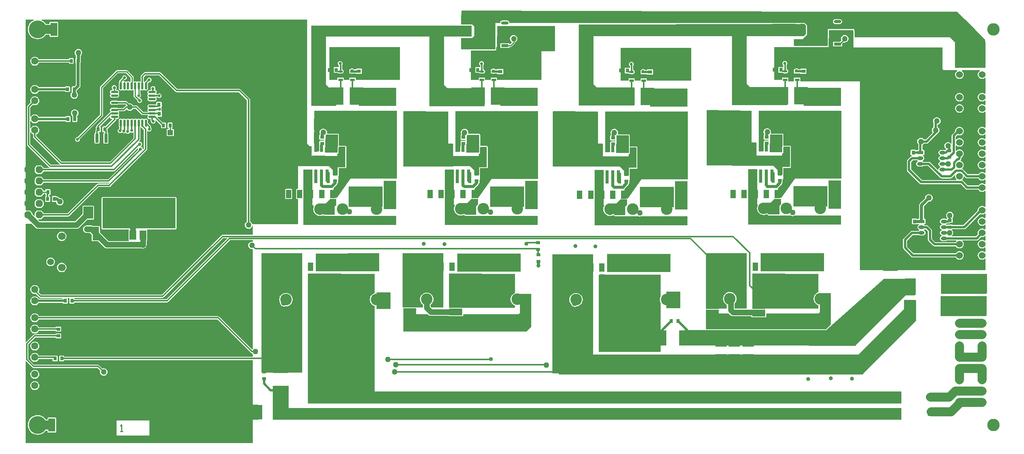
<source format=gbr>
%FSTAX23Y23*%
%MOIN*%
%SFA1B1*%

%IPPOS*%
%AMD67*
4,1,8,-0.031000,0.015500,-0.031000,-0.015500,-0.015500,-0.031000,0.015500,-0.031000,0.031000,-0.015500,0.031000,0.015500,0.015500,0.031000,-0.015500,0.031000,-0.031000,0.015500,0.0*
%
%ADD10R,0.060000X0.118110*%
%ADD11R,0.118110X0.060000*%
%ADD12C,0.102362*%
%ADD13R,0.055118X0.129921*%
%ADD14R,0.129921X0.055118*%
%ADD15R,0.043307X0.102362*%
%ADD16R,0.035433X0.031496*%
%ADD17O,0.039370X0.021654*%
%ADD18R,0.039370X0.021654*%
%ADD19R,0.027559X0.035433*%
%ADD20R,0.055118X0.043307*%
%ADD21R,0.125984X0.070866*%
%ADD22R,0.132283X0.191338*%
%ADD23R,0.054724X0.055118*%
%ADD24R,0.035433X0.027559*%
%ADD25R,0.047244X0.047244*%
%ADD26R,0.046063X0.074016*%
%ADD27R,0.066929X0.043307*%
%ADD28R,0.070866X0.082677*%
%ADD29R,0.030000X0.045000*%
%ADD30R,0.118000X0.089000*%
%ADD31O,0.064960X0.021654*%
%ADD32O,0.021654X0.064960*%
%ADD33R,0.064960X0.025591*%
%ADD34O,0.064960X0.025591*%
%ADD35R,0.149606X0.078740*%
%ADD36R,0.059055X0.078740*%
%ADD37R,0.056000X0.119000*%
%ADD38R,0.055118X0.031496*%
%ADD39O,0.055118X0.031496*%
%ADD40R,0.031496X0.035433*%
%ADD41R,0.028000X0.079000*%
%ADD42R,0.048000X0.048000*%
%ADD43R,0.051181X0.187008*%
%ADD44R,0.102362X0.043307*%
%ADD45R,0.137795X0.078740*%
%ADD46R,0.085000X0.107992*%
%ADD47R,0.078740X0.137795*%
%ADD48R,0.098425X0.059055*%
%ADD49R,0.220472X0.090551*%
%ADD50R,0.122047X0.157480*%
%ADD51R,0.088976X0.085039*%
%ADD52R,0.047244X0.060000*%
%ADD53C,0.078740*%
%ADD54C,0.050000*%
%ADD55C,0.011811*%
%ADD56C,0.019685*%
%ADD57C,0.027559*%
%ADD58C,0.025000*%
%ADD59C,0.010000*%
%ADD60C,0.012000*%
%ADD61C,0.020000*%
%ADD62C,0.010000*%
%ADD63C,0.157480*%
%ADD64C,0.060000*%
%ADD65C,0.110236*%
%ADD66C,0.060000*%
G04~CAMADD=67~4~0.0~0.0~620.0~620.0~0.0~155.0~0~0.0~0.0~0.0~0.0~0~0.0~0.0~0.0~0.0~0~0.0~0.0~0.0~90.0~620.0~620.0*
%ADD67D67*%
%ADD68C,0.062992*%
%ADD69C,0.066929*%
%ADD70C,0.035433*%
%ADD71C,0.050000*%
%ADD72C,0.030000*%
%ADD73C,0.026457*%
%ADD74C,0.025000*%
%ADD75C,0.027559*%
%ADD76C,0.037401*%
%LNlv1_copper_signal_top-1*%
%LPD*%
G36*
X0938Y02481D02*
Y02443D01*
X09375Y0244*
X09369Y02445*
X09359Y02449*
X0935Y0245*
X0934Y02449*
X0933Y02445*
X09322Y02439*
X09316Y02431*
X09313Y02422*
X09311Y02412*
X09313Y02402*
X09316Y02393*
X09322Y02385*
X0933Y02379*
X0934Y02375*
X0935Y02374*
X09359Y02375*
X09369Y02379*
X09375Y02383*
X0938Y02381*
Y02343*
X09375Y0234*
X09369Y02345*
X09359Y02349*
X0935Y0235*
X0934Y02349*
X0933Y02345*
X09322Y02339*
X09316Y02331*
X09313Y02322*
X09311Y02312*
X09313Y02302*
X09314Y02299*
X09294Y0228*
X09083*
X09081Y02285*
X09085Y02289*
X09091Y02295*
X09094Y02303*
X09095Y02312*
X09094Y02321*
X09091Y02329*
X09085Y02335*
X09085Y02336*
X09086Y02341*
X09088Y02343*
X09089Y02344*
X09192*
X09199Y02345*
X09205Y02349*
X09333Y02477*
X0934Y02475*
X0935Y02474*
X09359Y02475*
X09369Y02479*
X09375Y02483*
X0938Y02481*
G37*
G36*
X04897Y02562D02*
X04881Y02547D01*
Y02472*
X04784*
X04779Y02478*
X04778Y02478*
X04778Y02478*
X04777Y02479*
X04776Y02479*
X04776Y02479*
X04775Y0248*
X04774Y0248*
X04773Y0248*
X04773Y0248*
X04772Y0248*
X04771Y0248*
X0477Y02479*
X0477Y02479*
X04769Y02479*
X04763Y02476*
X04754Y02473*
X04745Y02472*
X04743*
X0474Y02472*
Y02574*
X04803*
X04838Y0261*
X04897*
Y02562*
G37*
G36*
X07574Y02564D02*
X07559Y02549D01*
Y02474*
X07463*
X07455Y02482*
X07455Y02482*
X07454Y02482*
X07453Y02483*
X07452Y02484*
X07452Y02484*
X07452Y02484*
X0745Y02484*
X07449Y02484*
X07449Y02484*
X07448Y02484*
X07447Y02484*
X07446Y02484*
X07446Y02483*
X07445Y02483*
X0744Y0248*
X07431Y02478*
X07422Y02477*
X07417Y0248*
Y02576*
X0748*
X07515Y02612*
X07574*
Y02564*
G37*
G36*
X05424Y02771D02*
Y02521D01*
X05314*
Y02771*
X05424*
G37*
G36*
X06747Y02766D02*
Y02516D01*
X06637*
Y02766*
X06747*
G37*
G36*
X03435Y02562D02*
X03445Y02552D01*
X03449Y02548*
X03445Y02543*
X03442Y02532*
X03441Y0252*
X03442Y02508*
X03445Y02497*
X03451Y02487*
X03458Y02478*
X03467Y02471*
X03478Y02465*
X03489Y02462*
X035Y02461*
X03512Y02462*
X03523Y02465*
X03529Y02468*
X03535Y02462*
X03688*
X03689Y02462*
X037Y02461*
X03712Y02462*
X03713Y02462*
X03988*
X03989Y02462*
X04Y02461*
X04012Y02462*
X04013Y02462*
X04175*
Y02382*
X03355*
Y02872*
X03435*
Y02562*
G37*
G36*
X04684Y02561D02*
X04692Y02553D01*
X04689Y02546*
X04685Y02535*
X04684Y02523*
X04685Y02512*
X04689Y025*
X04694Y0249*
X04702Y02481*
X04711Y02474*
X04721Y02468*
X04732Y02465*
X04744Y02464*
X04755Y02465*
X04766Y02468*
X04773Y02472*
X04784Y02461*
X05424*
Y02381*
X04604Y02381*
X04604Y02871*
X04684*
Y02561*
G37*
G36*
X07363Y02563D02*
X07369Y02556D01*
X07366Y02551*
X07363Y02539*
X07361Y02528*
X07363Y02516*
X07366Y02505*
X07371Y02495*
X07379Y02486*
X07388Y02479*
X07398Y02473*
X07409Y0247*
X07421Y02469*
X07432Y0247*
X07443Y02473*
X07449Y02476*
X07463Y02463*
X0766*
X07668Y0246*
X07677Y02458*
X07685Y0246*
X07693Y02463*
X08103*
Y02383*
X07283*
Y02873*
X07363*
Y02563*
G37*
G36*
X03645Y02559D02*
X03629Y02543D01*
Y0247*
X03538*
X03534Y02474*
X03534Y02474*
X03534Y02474*
X03533Y02475*
X03532Y02476*
X03531Y02476*
X03531Y02476*
X0353Y02476*
X03529Y02476*
X03528Y02476*
X03528Y02476*
X03527Y02476*
X03526Y02476*
X03525Y02475*
X03525Y02475*
X0352Y02473*
X0351Y0247*
X035Y02469*
X0349Y0247*
X03488Y0247*
Y0257*
X03551*
X0359Y0261*
X03645*
Y02559*
G37*
G36*
X06212D02*
X06196Y02543D01*
Y02468*
X06106*
X06099Y02475*
X06099Y02475*
X06098Y02476*
X06097Y02476*
X06096Y02477*
X06096Y02477*
X06096Y02477*
X06094Y02477*
X06093Y02478*
X06093Y02477*
X06093Y02477*
X06091Y02477*
X0609Y02477*
X0609Y02477*
X0609Y02477*
X06082Y02473*
X06072Y0247*
X06062Y02469*
X06055Y02469*
Y0257*
X06118*
X06153Y02606*
X06212*
Y02559*
G37*
G36*
X04175Y02772D02*
Y02522D01*
X04065*
Y02772*
X04175*
G37*
G36*
X05428Y02789D02*
X05068D01*
X05018*
X04898Y02619*
X04868*
Y02705*
X04868Y02705*
X04899Y02736*
X04904Y02743*
X04906Y02751*
Y02751*
X04907Y02752*
X04909Y02755*
X0491Y02758*
Y02781*
X04914*
Y02815*
X04913Y02816*
X04915Y02818*
X04915Y02821*
Y02883*
X04974*
X04977Y02884*
X0498Y02886*
X04981Y02888*
X04982Y02891*
Y02971*
Y03072*
X04981Y03075*
X0498Y03077*
X04977Y03079*
X04974Y0308*
X04917*
X04916Y03081*
Y03179*
X04915Y03182*
X04913Y03184*
X04911Y03186*
X04908Y03187*
X04814*
X04811Y03192*
X04811Y03199*
X0481Y03207*
X04807Y03215*
X04802Y03222*
X04795Y03227*
X04787Y03231*
X04778Y03232*
X0477Y03231*
X04762Y03227*
X04755Y03222*
X0475Y03215*
X04746Y03207*
X04745Y03199*
X04746Y0319*
X04748Y03187*
Y03179*
X04748Y03179*
X04745Y03178*
X04743Y03175*
X04743Y03172*
Y03141*
X04743Y03137*
X04745Y03135*
X04748Y03133*
X04751Y03132*
X04784*
X04786Y03131*
X04786Y0313*
X04781Y03125*
X04751*
X04748Y03124*
X04745Y03123*
X04743Y0312*
X04743Y03117*
Y03088*
X04742Y03083*
Y03077*
X04741Y03077*
X04741Y03074*
Y03034*
X04736Y03029*
X04698*
X04698Y03389*
X05428*
Y02789*
G37*
G36*
X06751Y02784D02*
X06391D01*
X06341*
X06221Y02614*
X06191*
Y02699*
X06191Y027*
X06222Y02731*
X06227Y02738*
X06229Y02746*
Y02746*
X0623Y02747*
X06232Y0275*
X06232Y02753*
Y02776*
X06237*
Y0281*
X06236Y0281*
X06238Y02813*
X06238Y02816*
Y02878*
X06297*
X063Y02879*
X06302Y0288*
X06304Y02883*
X06305Y02886*
Y02966*
Y03067*
X06304Y0307*
X06302Y03072*
X063Y03074*
X06297Y03075*
X0624*
X0624*
X06238Y03076*
Y03174*
X06238Y03177*
X06236Y03179*
X06233Y03181*
X0623Y03182*
X06135*
X06132Y03187*
X06133Y0319*
X06134Y03199*
X06133Y03207*
X0613Y03215*
X06125Y03222*
X06118Y03227*
X0611Y03231*
X06101Y03232*
X06093Y03231*
X06085Y03227*
X06078Y03222*
X06072Y03215*
X06069Y03207*
X06068Y03199*
X06069Y0319*
X06071Y03186*
X0607Y03184*
Y03174*
X0607Y03174*
X06068Y03173*
X06066Y0317*
X06065Y03167*
Y03135*
X06066Y03132*
X06068Y0313*
X0607Y03128*
X06073Y03127*
X06107*
X06109Y03126*
X06109Y03125*
X06104Y0312*
X06073*
X0607Y03119*
X06068Y03117*
X06066Y03115*
X06065Y03112*
Y03082*
X06065Y03078*
Y03072*
X06064Y03072*
X06064Y03069*
Y03029*
X06059Y03024*
X06021*
Y03384*
X06751*
Y02784*
G37*
G36*
X0418Y0279D02*
X0382D01*
X0377*
X0365Y0262*
X0362*
Y02705*
X0362Y02705*
X03651Y02736*
X03655Y02744*
X03657Y02752*
Y02752*
X03658Y02753*
X0366Y02756*
X03661Y02759*
Y02782*
X03665*
Y02815*
X03664Y02816*
X03666Y02819*
X03667Y02822*
Y02884*
X03725*
X03728Y02885*
X03731Y02886*
X03732Y02889*
X03733Y02892*
Y02972*
Y03073*
X03732Y03076*
X03731Y03078*
X03728Y0308*
X03725Y03081*
X03669*
X03667Y03082*
Y0318*
X03666Y03183*
X03664Y03185*
X03662Y03187*
X03659Y03188*
X03565*
X03562Y03193*
X03563Y032*
X03562Y03208*
X03558Y03216*
X03553Y03223*
X03546Y03228*
X03538Y03232*
X0353Y03233*
X03521Y03232*
X03513Y03228*
X03506Y03223*
X03501Y03216*
X03497Y03208*
X03496Y032*
X03497Y03191*
X03499Y03188*
Y0318*
X03499Y0318*
X03496Y03178*
X03494Y03176*
X03494Y03173*
Y03141*
X03494Y03138*
X03496Y03136*
X03499Y03134*
X03502Y03133*
X03535*
X03537Y03132*
X03537Y03131*
X03532Y03126*
X03502*
X03499Y03125*
X03496Y03123*
X03494Y03121*
X03494Y03118*
Y03088*
X03493Y03084*
Y03078*
X03493Y03078*
X03492Y03075*
Y03035*
X03487Y0303*
X0345*
Y0339*
X04179*
X0418Y0279*
G37*
G36*
X09204Y02799D02*
D01*
X0921Y02795*
X09217Y02793*
X09316*
X09316Y02793*
X09322Y02785*
X0933Y02779*
X0934Y02775*
X0935Y02774*
X09359Y02775*
X09369Y02779*
X09375Y02783*
X0938Y02781*
Y02743*
X09375Y0274*
X09369Y02745*
X09359Y02749*
X0935Y0275*
X0934Y02749*
X0933Y02745*
X09322Y02739*
X09316Y02731*
X09316Y0273*
X09225*
X09182Y02772*
X09176Y02776*
X09174Y02777*
X09173Y02782*
X09177Y02785*
X09183Y02793*
X09186Y02802*
X09187Y02809*
X09193Y02811*
X09204Y02799*
G37*
G36*
X08107Y0279D02*
X07747D01*
X07697*
X07577Y0262*
X07547*
Y02706*
X07547Y02706*
X07578Y02737*
X07583Y02744*
X07585Y02753*
Y02753*
X07586Y02754*
X07588Y02756*
X07588Y0276*
Y02783*
X07593*
Y02816*
X07592Y02817*
X07593Y0282*
X07594Y02823*
Y02885*
X07653*
X07656Y02885*
X07658Y02887*
X0766Y0289*
X07661Y02893*
Y02973*
Y03073*
X0766Y03076*
X07658Y03079*
X07656Y03081*
X07653Y03081*
X07596*
X07594Y03083*
Y0318*
X07594Y03183*
X07592Y03186*
X07589Y03188*
X07586Y03188*
X07486*
X07483Y03192*
X07484Y03194*
X07485Y03203*
X07484Y03211*
X0748Y03219*
X07475Y03226*
X07468Y03231*
X0746Y03235*
X07452Y03236*
X07443Y03235*
X07435Y03231*
X07428Y03226*
X07423Y03219*
X0742Y03211*
X07418Y03203*
X0742Y03194*
X07423Y03186*
X07424Y03185*
X07424Y03179*
X07422Y03177*
X07421Y03174*
Y03142*
X07422Y03139*
X07424Y03136*
X07426Y03135*
X07429Y03134*
X07463*
X07465Y03133*
X07465Y03131*
X0746Y03127*
X07429*
X07426Y03126*
X07424Y03124*
X07422Y03122*
X07421Y03118*
Y03089*
X0742Y03085*
Y03079*
X0742Y03078*
X0742Y03075*
Y03035*
X07415Y0303*
X07377*
Y0339*
X08107*
Y0279*
G37*
G36*
X06627Y02536D02*
X06327D01*
Y02716*
X06627*
Y02536*
G37*
G36*
X08103Y02773D02*
Y02523D01*
X07993*
Y02773*
X08103*
G37*
G36*
X05304Y02541D02*
X05004D01*
Y02721*
X05304*
Y02541*
G37*
G36*
X07983Y02543D02*
X07683D01*
Y02723*
X07983*
Y02543*
G37*
G36*
X04055Y02542D02*
X03755D01*
X03755Y02543*
X03755Y02543*
Y02722*
X04055*
Y02542*
G37*
G36*
X06007Y02556D02*
X06012Y02551D01*
X06008Y02543*
X06004Y02532*
X06003Y0252*
X06004Y02508*
X06008Y02497*
X06013Y02487*
X06021Y02478*
X0603Y02471*
X0604Y02465*
X06051Y02462*
X06062Y02461*
X06074Y02462*
X06085Y02465*
X06093Y02469*
X06107Y02456*
X06317*
X06318Y02456*
X06326Y02455*
X06335Y02456*
X06336Y02456*
X06747*
Y02376*
X05927*
Y02866*
X06007*
Y02556*
G37*
G36*
X08015Y01498D02*
X0797Y01458D01*
X06909*
Y01598*
X0711*
X07126Y01582*
X07133Y01577*
X07136Y01576*
X07141Y01574*
X07149Y01573*
X0731*
Y01572*
X07311Y01569*
X07313Y01566*
X07315Y01564*
X07318Y01564*
X07437*
X0744Y01564*
X07442Y01566*
X07444Y01569*
X07445Y01572*
Y01598*
X07905*
X07916Y01609*
X07916Y01778*
X08015*
Y01498*
G37*
G36*
X05915Y01234D02*
X08258D01*
Y01234*
X0866Y01636*
Y01713*
X08664Y01715*
X08766*
Y01532*
X08638Y01404*
X08637*
X083Y01067*
Y01056*
X0561*
Y01066*
X05555*
Y02122*
X05915*
Y01234*
G37*
G36*
X05366Y0148D02*
X05322Y01437D01*
X04236*
Y0159*
X04453*
X04456Y01586*
X04463Y01581*
X04467Y0158*
X04471Y01578*
X0448Y01577*
X04635*
X04636Y01576*
X04638Y01574*
X04641Y01574*
X04759*
X04762Y01574*
X04765Y01576*
X04767Y01579*
X04767Y01582*
Y0159*
X05255*
X05266Y01601*
Y0177*
X05366*
Y0148*
G37*
G36*
X04125Y01637D02*
X04D01*
Y01783*
X04125*
Y01637*
G37*
G36*
X09391Y01583D02*
X09386Y01577D01*
X09383Y01575*
X08983*
Y01752*
X09391*
Y01583*
G37*
G36*
X03984Y01949D02*
Y01777D01*
X03978Y01775*
X03967Y01769*
X03958Y01762*
X03951Y01753*
X03945Y01743*
X03942Y01732*
X03941Y0172*
X03942Y01708*
X03945Y01697*
X03951Y01687*
X03958Y01678*
X03967Y01671*
X03978Y01665*
X03984Y01663*
X03984Y00909*
X08638*
Y008*
X03394*
Y00909*
X03395*
X03395Y0195*
X03984Y01949*
G37*
G36*
X03224Y00761D02*
X08638D01*
Y00659*
X03085*
X03085Y00959*
X03224*
Y00761*
G37*
G36*
X03345Y01074D02*
X02985D01*
Y0213*
X03345*
X03345Y01074*
G37*
G36*
X08764Y01769D02*
X08753Y01758D01*
X08751Y01756*
X08674*
X08234Y01316*
Y01314*
X08233*
X08229Y0131*
X07822*
X0782Y01314*
X0672*
Y0145*
X07973*
X08485Y01903*
X0867*
Y01908*
X08764*
Y01769*
G37*
G36*
X06511Y01942D02*
Y01749D01*
X06508Y01743*
X06504Y01732*
X06503Y0172*
X06504Y01708*
X06508Y01697*
X06511Y0169*
Y01262*
X06508Y01259*
X05965Y01259*
X05965Y01942*
X06511Y01942*
G37*
G36*
X07905Y01949D02*
Y01785D01*
X07898Y01783*
X07888Y01777*
X07879Y0177*
X07871Y01761*
X07866Y01751*
X07863Y01739*
X07861Y01728*
X07863Y01716*
X07866Y01705*
X07871Y01695*
X07879Y01686*
X07888Y01679*
X07898Y01673*
X07905Y01671*
Y01645*
X07901Y01641*
X07319Y01641*
X07319Y0195*
X07905Y01949*
G37*
G36*
X06597Y01964D02*
X06037D01*
Y02124*
X06597*
Y01964*
G37*
G36*
X09392Y01779D02*
X09387Y01774D01*
X09384Y01771*
X08988*
Y01948*
X09392*
Y01779*
G37*
G36*
X05274Y01969D02*
X04714D01*
X04714Y02129*
X05274*
Y01969*
G37*
G36*
X07954Y0197D02*
X07394D01*
Y0213*
X07954*
Y0197*
G37*
G36*
X04025Y0197D02*
X03465D01*
Y02129*
X04025Y0213*
Y0197*
G37*
G36*
X06685Y01645D02*
X06559D01*
Y01791*
X06685*
Y01645*
G37*
G36*
X07269Y01641D02*
X07162D01*
Y01685*
X07163Y01686*
X0717Y01695*
X07176Y01705*
X07179Y01716*
X0718Y01728*
X07179Y01739*
X07176Y01751*
X0717Y01761*
X07163Y0177*
X07154Y01777*
X07143Y01783*
X07132Y01786*
X07121Y01787*
X07109Y01786*
X07098Y01783*
X07088Y01777*
X07079Y0177*
X07071Y01761*
X07066Y01751*
X07063Y01739*
X07061Y01728*
X07063Y01716*
X07066Y01705*
X07071Y01695*
X07079Y01686*
X07088Y01679*
X07095Y01674*
Y01641*
X06909*
Y0213*
X07269*
Y01641*
G37*
G36*
X05224Y01949D02*
Y01779D01*
X05221Y01778*
X05211Y01772*
X05202Y01765*
X05194Y01756*
X05189Y01746*
X05185Y01735*
X05184Y01723*
X05185Y01712*
X05189Y017*
X05194Y0169*
X05202Y01681*
X05211Y01674*
X05221Y01668*
X05224Y01667*
Y01653*
X0522Y01649*
X04641Y01649*
X04641Y0195*
X05224Y01949*
G37*
G36*
X02681Y02261D02*
X02144Y01724D01*
X01331*
Y01727*
X0133Y0173*
X0133Y0173*
X01333Y01735*
X0211*
X02115Y01737*
X02119Y0174*
X02645Y02265*
X02679*
X02681Y02261*
G37*
G36*
X04591Y0165D02*
X04487D01*
X04477Y0166*
Y01674*
X04486Y01681*
X04493Y0169*
X04498Y017*
X04502Y01712*
X04503Y01723*
X04502Y01735*
X04498Y01746*
X04493Y01756*
X04486Y01765*
X04477Y01772*
X04466Y01778*
X04455Y01781*
X04444Y01782*
X04432Y01781*
X04421Y01778*
X04411Y01772*
X04402Y01765*
X04394Y01756*
X04389Y01746*
X04385Y01735*
X04384Y01723*
X04385Y01712*
X04389Y017*
X04394Y0169*
X04402Y01681*
X0441Y01674*
Y0165*
X04231*
X04231Y0213*
X04591*
X04591Y0165*
G37*
G36*
X05424Y03434D02*
X05094D01*
X05094Y03485*
X05094Y03594*
X05424*
Y03434*
G37*
G36*
X04175Y03434D02*
X03845D01*
X03845Y03486*
X03845Y03594*
X04175*
Y03434*
G37*
G36*
X08103Y03435D02*
X07773D01*
Y03487*
Y03595*
X08103*
Y03435*
G37*
G36*
X01923Y03241D02*
X01925Y03241D01*
X01945Y03221*
Y03056*
X01941Y03052*
X01935Y03054*
X01934Y0306*
X01929Y03067*
X01922Y03072*
X0192Y03072*
X01919Y03078*
X01922Y0308*
X01927Y03087*
X01929Y03095*
X01927Y03104*
X01922Y03111*
X01915Y03116*
X01907Y03118*
X01904Y03117*
X01901Y03122*
X01909Y03129*
X01912Y03133*
X01913Y03139*
Y03243*
X01914Y03244*
X01918Y03245*
X01923Y03241*
G37*
G36*
X04839Y04048D02*
X04596D01*
Y03622*
X04626Y03592*
X04955*
Y03432*
X04466*
Y04048*
X03555*
Y03624*
X03585Y03594*
X03645*
Y03434*
X03425*
Y04143*
X03433*
Y04143*
X04839*
Y04048*
G37*
G36*
X06747Y03429D02*
X06417D01*
X06417Y0348*
X06417Y03589*
X06747*
X06747Y03429*
G37*
G36*
X0794Y04266D02*
X07941Y04267D01*
X09129*
X09201Y04195*
X09202Y04196*
X09378Y04019*
Y04*
X0938*
Y0377*
X0911*
Y03996*
X09065Y04041*
X08222*
Y04098*
Y04099*
X08221Y04102*
X08219Y04104*
Y04114*
X07988*
Y04103*
X07987Y04103*
X07987Y03963*
X07686*
Y04025*
X07764*
X07786Y04048*
X07802Y04063*
Y04074*
Y04149*
X07785Y04166*
X07784*
X07782Y04167*
X07778Y04168*
X07742*
X07742Y04167*
X07702*
X07702Y04168*
X07496*
X07492Y04167*
X0749Y04166*
X05176*
X05173Y04169*
X05172Y04177*
X05167Y04183*
X0516Y04188*
X05152Y0419*
X05113*
X05105Y04188*
X05098Y04183*
X05093Y04177*
X05092Y04169*
X05089Y04166*
X05049*
Y03934*
X04753*
X04747Y0394*
Y04033*
X04845*
X04863Y04051*
Y04062*
Y04137*
X04846Y04154*
X04748*
Y04236*
X0475Y04239*
Y04273*
X04753Y04277*
X0794Y04266*
G37*
G36*
X0678Y03949D02*
Y03659D01*
X06387*
Y03677*
X06332*
Y03659*
X06281*
Y03677*
X06226*
Y03659*
X06157*
Y03949*
X0678Y03949*
G37*
G36*
X04208Y03954D02*
Y03664D01*
X03816*
Y03683*
X03761*
Y03664*
X03709*
Y03683*
X03654*
Y03664*
X03585*
Y03954*
X04208*
G37*
G36*
X03388Y03647D02*
Y03102D01*
X03408Y03082*
Y03077*
X03428*
Y02992*
X03655Y02992*
Y03012*
X03665*
Y03069*
X03669Y03073*
X03725*
Y02972*
Y02892*
X03658*
Y02822*
X03615*
Y02866*
X03579Y02902*
X03308*
Y027*
X03297*
X03294Y02699*
X03292Y02697*
X0329Y02695*
X03289Y02692*
Y02618*
X0329Y02614*
X03292Y02612*
X03294Y0261*
X03297Y0261*
X03308*
Y02387*
X02902*
X02902Y02388*
X02898Y02396*
X02893Y02403*
X02886Y02408*
X02884Y02409*
Y0349*
X02882Y03495*
X02879Y03499*
X02799Y03579*
X02795Y03582*
X0279Y03584*
X0224*
X02094Y03729*
X0209Y03732*
X02084Y03733*
X01955*
X01949Y03732*
X01945Y03729*
X0192Y03705*
X01917Y037*
X01916Y03695*
Y03649*
X01915Y03648*
X01911Y03647*
X01906Y03651*
X01899Y03652*
X01891Y03651*
X01885Y03646*
X01881*
X01875Y03651*
X01867Y03652*
X0186Y03651*
X01858Y03649*
X01853Y03652*
Y03688*
X01852Y03693*
X01849Y03698*
X01801Y03746*
X01797Y03749*
X01792Y0375*
X01709*
X01704Y03749*
X017Y03746*
X01561Y03607*
X01558Y03603*
X01557Y03598*
Y03357*
X01358Y03158*
X0135Y03156*
X01343Y03152*
X01339Y03145*
X01337Y03137*
X01339Y03129*
X01343Y03123*
X0135Y03118*
X01358Y03117*
X01366Y03118*
X01373Y03123*
X01377Y03129*
X01379Y03137*
X01378Y03141*
X01579Y03342*
X01582Y03346*
X01583Y03351*
Y03592*
X01714Y03723*
X01786*
X01827Y03683*
Y03649*
X01823Y03647*
X0182Y03647*
X01817Y03647*
X01812Y03651*
X01804Y03652*
X01797Y03651*
X01792Y03647*
X01788Y03647*
X01785Y03647*
X0178Y03651*
X01773Y03652*
X01765Y03651*
X01765Y03651*
X01762Y03654*
X01771Y03664*
X01773Y03663*
X01781Y03665*
X01788Y03669*
X01792Y03676*
X01794Y03684*
X01792Y03692*
X01788Y03699*
X01781Y03703*
X01773Y03705*
X01765Y03703*
X01759Y03699*
X01754Y03692*
X01753Y03684*
X01753Y03682*
X01731Y0366*
X01728Y03656*
X01727Y03651*
Y03645*
X01724Y0364*
X01722Y03633*
Y0359*
X01724Y03582*
X01728Y03576*
X01734Y03572*
X01741Y03571*
X01749Y03572*
X01754Y03575*
X01757Y03576*
X0176Y03575*
X01765Y03572*
X01773Y03571*
X0178Y03572*
X01785Y03575*
X01788Y03576*
X01792Y03575*
X01797Y03572*
X01804Y03571*
X01812Y03572*
X01817Y03575*
X0182Y03576*
X01823Y03575*
X01828Y03572*
X01836Y03571*
X01843Y03572*
X01848Y03575*
X01848Y03576*
X01852Y03575*
X01853Y03573*
Y03521*
X01854Y03516*
X01857Y03512*
X01886Y03483*
X01886Y03481*
X01887Y03473*
X01892Y03466*
X01898Y03462*
X01906Y0346*
X01914Y03462*
X01921Y03466*
X01926Y03473*
X01927Y03481*
X01926Y03489*
X01921Y03496*
X01914Y035*
X01908Y03501*
X01908Y03503*
X01908Y03506*
X01914Y0351*
X01918Y03517*
X0192Y03525*
X01918Y03533*
X01914Y0354*
X01912Y03541*
Y03573*
X01916Y03576*
X01918Y03575*
X01923Y03572*
X0193Y03571*
X01938Y03572*
X01943Y03575*
X01946Y03576*
X01949Y03575*
X01954Y03572*
X01962Y03571*
X01969Y03572*
X01975Y03576*
X01979Y03582*
X01981Y0359*
Y03633*
X01981Y03633*
X0199Y03643*
X01991Y03643*
X01999Y03644*
X02006Y03649*
X0201Y03656*
X02012Y03664*
X0201Y03672*
X02006Y03678*
X01999Y03683*
X01991Y03684*
X01983Y03683*
X01976Y03678*
X01972Y03672*
X0197Y03664*
X0197Y03663*
X01959Y03652*
X01954Y03651*
X01949Y03647*
X01946Y03648*
X01944Y03649*
Y03689*
X0196Y03705*
X02078*
X02224Y0356*
X02228Y03557*
X02234Y03555*
X02784*
X02855Y03484*
Y02409*
X02853Y02408*
X02846Y02403*
X02841Y02396*
X02837Y02388*
X02837Y02387*
X02835*
X02837Y02384*
X02836Y0238*
X02837Y02371*
X02841Y02363*
X02846Y02356*
X02853Y02351*
X02861Y02347*
X0287Y02346*
X02878Y02347*
X02886Y02351*
X02893Y02356*
X02898Y02363*
X02902Y02371*
X02902Y02374*
X02907Y02374*
Y02293*
X02639*
X02634Y02292*
X02629Y02289*
X02104Y01764*
X01037*
X01013Y01787*
X01015Y0179*
X01019Y01799*
X0102Y0181*
X01019Y0182*
X01015Y01829*
X01009Y01838*
X01001Y01844*
X00991Y01848*
X00981Y01849*
X0097Y01848*
X00961Y01844*
X00953Y01838*
X00946Y01829*
X00942Y0182*
X00941Y0181*
X00942Y01799*
X00946Y0179*
X00953Y01781*
X00961Y01775*
X0097Y01771*
X00981Y0177*
X00989Y01771*
X01021Y0174*
X01025Y01737*
X01031Y01735*
X01224*
X01227Y01731*
X01225Y01728*
X01016*
X01015Y01729*
X01009Y01738*
X01001Y01744*
X00991Y01748*
X00981Y01749*
X0097Y01748*
X00961Y01744*
X00953Y01738*
X00946Y01729*
X00942Y0172*
X00941Y0171*
X00942Y01699*
X00946Y0169*
X00953Y01681*
X00961Y01675*
X0097Y01671*
X00981Y0167*
X00991Y01671*
X01001Y01675*
X01009Y01681*
X01015Y0169*
X01016Y01691*
X01228*
X01229Y01689*
X01231Y01686*
X01233Y01684*
X01236Y01684*
X01264*
X01267Y01684*
X01269Y01686*
X01271Y01689*
X01272Y01692*
Y01727*
X01271Y0173*
X01271Y0173*
X01274Y01735*
X01285*
X01288Y0173*
X01288Y0173*
X01287Y01727*
Y01692*
X01288Y01689*
X0129Y01686*
X01292Y01684*
X01295Y01684*
X01323*
X01326Y01684*
X01328Y01686*
X0133Y01689*
X01331Y01692*
Y01692*
X01332Y01694*
X01332Y01695*
X0215*
X02155Y01697*
X02159Y017*
X02706Y02246*
X02907*
Y02235*
X02903Y02232*
X029Y02233*
X02891Y02232*
X02883Y02228*
X02876Y02223*
X02871Y02216*
X02867Y02208*
X02866Y022*
X02867Y02191*
X02871Y02183*
X02876Y02176*
X02883Y02171*
X02891Y02167*
X029Y02166*
X02903Y02167*
X02907Y02164*
Y01284*
X02906Y01283*
X02904Y0128*
X02899Y0128*
X02609Y01569*
X02605Y01572*
X026Y01574*
X01018*
X01015Y01579*
X01009Y01588*
X01001Y01594*
X00991Y01598*
X00981Y01599*
X0097Y01598*
X00961Y01594*
X00953Y01588*
X00946Y01579*
X00942Y0157*
X00941Y0156*
X00942Y01549*
X00946Y0154*
X00953Y01531*
X00961Y01525*
X0097Y01521*
X00981Y0152*
X00991Y01521*
X01001Y01525*
X01009Y01531*
X01015Y0154*
X01018Y01545*
X02594*
X0289Y0125*
X02894Y01247*
X029Y01245*
X029*
X02901Y01243*
X02906Y01236*
X02907Y01235*
Y01214*
X01241*
Y01217*
X0124Y0122*
X01238Y01223*
X01236Y01225*
X01233Y01225*
X01205*
X01202Y01225*
X012Y01223*
X01198Y0122*
X01197Y01217*
Y01182*
X01198Y01179*
X012Y01176*
X01202Y01174*
X01205Y01174*
X01233*
X01236Y01174*
X01238Y01176*
X0124Y01179*
X01241Y01182*
Y01185*
X02907*
Y0079*
X02954*
X02959Y00785*
X02958Y00659*
X02907*
Y0045*
X009*
Y01173*
X00905Y01175*
X0096Y0112*
X00964Y01117*
X0097Y01115*
X01534*
X01559Y01091*
X01557Y01088*
X01556Y0108*
X01557Y01071*
X01561Y01063*
X01566Y01056*
X01573Y01051*
X01581Y01047*
X0159Y01046*
X01598Y01047*
X01606Y01051*
X01613Y01056*
X01618Y01063*
X01622Y01071*
X01623Y0108*
X01622Y01088*
X01618Y01096*
X01613Y01103*
X01606Y01108*
X01598Y01112*
X0159Y01113*
X01581Y01112*
X01578Y0111*
X01549Y01139*
X01545Y01142*
X0154Y01144*
X00975*
X00924Y01195*
Y01324*
X00985Y01385*
X01164*
X01164Y01383*
X01166Y01381*
X01169Y01379*
X01172Y01378*
X01207*
X0121Y01379*
X01213Y01381*
X01215Y01383*
X01215Y01386*
Y01414*
X01215Y01417*
X01213Y01419*
X0121Y01421*
X01207Y01422*
X01172*
X01169Y01421*
X01166Y01419*
X01164Y01417*
X01164Y01414*
Y01414*
X0098*
X00974Y01412*
X0097Y01409*
X00905Y01344*
X009Y01346*
Y0239*
X00953*
X00986Y02356*
X00993Y02351*
X01001Y02347*
X0101Y02346*
X0135*
X01358Y02347*
X01366Y02351*
X01373Y02356*
X01406Y0239*
X01409*
X01408Y02391*
X01444Y02427*
X01495*
X01498Y02428*
X01501Y0243*
X01502Y02432*
X01503Y02436*
Y02543*
X01502Y02547*
X01501Y02549*
X01498Y02551*
X01495Y02552*
X0141*
X01407Y02551*
X01404Y02549*
X01403Y02547*
X01402Y02543*
Y02479*
X01336Y02413*
X01023*
X0101Y02426*
X01012Y0243*
X01035*
X01038Y02431*
X01041Y02433*
X01056Y02448*
X01058Y02451*
X01059Y02454*
Y02455*
X01277*
X01282Y02457*
X01287Y0246*
X01545Y02718*
X01641*
X01646Y02719*
X01651Y02722*
X01652Y02723*
X01665Y02737*
X01665Y02737*
X01921Y02993*
X01922Y02994*
X01968Y0304*
X01972Y03045*
X01973Y0305*
Y03212*
X01977Y03214*
X01978Y03214*
X01984Y03209*
X01992Y03208*
X02Y03209*
X02007Y03214*
X02011Y03221*
X02013Y03229*
X02011Y03237*
X02007Y03243*
X02006Y03244*
Y03251*
X02005Y03256*
X02002Y03261*
X01981Y03282*
Y03302*
X01979Y0331*
X01975Y03316*
X01969Y0332*
X01962Y03321*
X01954Y0332*
X01949Y03316*
X01946Y03316*
X01943Y03316*
X01938Y0332*
X0193Y03321*
X01923Y0332*
X01918Y03316*
X01914Y03316*
X01911Y03316*
X01906Y0332*
X01899Y03321*
X01891Y0332*
X01886Y03316*
X01883Y03316*
X0188Y03316*
X01875Y0332*
X01867Y03321*
X0186Y0332*
X01855Y03316*
X01851Y03316*
X01848Y03316*
X01843Y0332*
X01836Y03321*
X01828Y0332*
X01823Y03316*
X0182Y03316*
X01817Y03316*
X01812Y0332*
X01804Y03321*
X01797Y0332*
X01792Y03316*
X01788Y03316*
X01785Y03316*
X0178Y0332*
X01773Y03321*
X01765Y0332*
X0176Y03316*
X01757Y03316*
X01754Y03316*
X01749Y0332*
X01741Y03321*
X01734Y0332*
X01728Y03316*
X01724Y0331*
X01722Y03302*
Y03259*
X01724Y03252*
X01727Y03246*
Y03234*
X01726Y03234*
X01719Y03229*
X01715Y03222*
X01713Y03214*
X01715Y03207*
X01719Y032*
X01726Y03195*
X01734Y03194*
X01742Y03195*
X01747Y03198*
X01753Y03198*
X01753Y03198*
X0176Y03193*
X01768Y03192*
X01776Y03193*
X01779Y03196*
X01786Y03194*
X01786Y03194*
X01793Y03189*
X01801Y03188*
X01809Y03189*
X01816Y03194*
X01818Y03198*
X01821Y032*
X01825Y03199*
X01829Y03196*
X01837Y03195*
X01845Y03196*
X01849Y03199*
X01854Y03197*
Y03149*
X01646Y02941*
X01221*
X00995Y03167*
Y03183*
X01001Y03185*
X01009Y03191*
X01015Y032*
X01019Y03209*
X0102Y0322*
X01019Y0323*
X01015Y03239*
X01009Y03248*
X01001Y03254*
X00991Y03258*
X00981Y03259*
X0097Y03258*
X00961Y03254*
X00953Y03248*
X00946Y03239*
X00946Y03238*
X00941Y03239*
Y033*
X00946Y03301*
X00946Y033*
X00953Y03291*
X00961Y03285*
X0097Y03281*
X00981Y0328*
X00991Y03281*
X01001Y03285*
X01009Y03291*
X01015Y03299*
X01253*
X01254Y03297*
X01256Y03294*
X01258Y03292*
X01261Y03292*
X01289*
X01292Y03292*
X01294Y03294*
X01296Y03297*
X01297Y033*
Y03335*
X01296Y03338*
X01294Y03341*
X01292Y03343*
X01289Y03343*
X01261*
X01258Y03343*
X01256Y03341*
X01254Y03338*
X01253Y03336*
X01017*
X01015Y03339*
X01009Y03348*
X01001Y03354*
X00991Y03358*
X00981Y03359*
X0097Y03358*
X00961Y03354*
X00953Y03348*
X00946Y03339*
X00946Y03338*
X00941Y03339*
Y0342*
X00965Y03444*
X0097Y03441*
X00981Y0344*
X00991Y03441*
X01001Y03445*
X01009Y03451*
X01015Y0346*
X01019Y03469*
X0102Y0348*
X01019Y0349*
X01015Y03499*
X01009Y03508*
X01001Y03514*
X00991Y03518*
X00981Y03519*
X0097Y03518*
X00961Y03514*
X00953Y03508*
X00946Y03499*
X00942Y0349*
X00941Y0348*
X00942Y03469*
X00945Y03463*
X00917Y03435*
X00914Y03431*
X00913Y03425*
Y0309*
X00914Y03085*
X00917Y03081*
X01107Y0289*
X0111Y02889*
X01108Y02884*
X01059*
Y02885*
X01058Y02888*
X01056Y02891*
X01041Y02906*
X01038Y02908*
X01035Y02909*
X01004*
X01001Y02908*
X00998Y02906*
X00983Y02891*
X00981Y02888*
X0098Y02885*
Y02854*
X00981Y02851*
X00983Y02848*
X00998Y02833*
X01001Y02831*
X01004Y0283*
X01035*
X01038Y02831*
X01041Y02833*
X01056Y02848*
X01058Y02851*
X01059Y02854*
Y02855*
X01681*
X01686Y02857*
X0169Y0286*
X01888Y03057*
X01892Y03054*
X01892Y03051*
X01893Y03047*
X01629Y02784*
X01059*
Y02785*
X01058Y02788*
X01056Y02791*
X01041Y02806*
X01038Y02808*
X01035Y02809*
X01004*
X01001Y02808*
X00998Y02806*
X00983Y02791*
X00981Y02788*
X0098Y02785*
Y02754*
X00981Y02751*
X00983Y02748*
X00998Y02733*
X01001Y02731*
X01004Y0273*
X01035*
X01038Y02731*
X01041Y02733*
X01056Y02748*
X01058Y02751*
X01059Y02754*
Y02755*
X01635*
X01637Y02756*
X0164Y02751*
X01635Y02746*
X0154*
X01534Y02745*
X0153Y02742*
X01271Y02484*
X01059*
Y02485*
X01058Y02488*
X01056Y02491*
X01041Y02506*
X01038Y02508*
X01035Y02509*
X01004*
X01001Y02508*
X00998Y02506*
X00983Y02491*
X00981Y02488*
X0098Y02485*
Y02462*
X00976Y0246*
X00959Y02477*
Y02485*
X00958Y02488*
X00956Y02491*
X00941Y02506*
X00938Y02508*
X00935Y02509*
X00904*
X009Y02513*
X00899Y04197*
X0097*
X00973Y04192*
X00972Y04192*
X00958Y04184*
X00945Y04173*
X00934Y0416*
X00926Y04145*
X00921Y04128*
X00919Y04111*
X00921Y04094*
X00926Y04078*
X00934Y04063*
X00945Y0405*
X00958Y04039*
X00973Y04031*
X00989Y04026*
X01006Y04024*
X01023Y04026*
X01039Y04031*
X01055Y04039*
X01068Y0405*
X01079Y04063*
X01079Y04064*
X01111*
Y04053*
X01112Y0405*
X01113Y04047*
X01116Y04045*
X01119Y04045*
X01179*
X01182Y04045*
X01185Y04047*
X01187Y0405*
X01187Y04053*
Y04171*
X01187Y04174*
X01185Y04176*
X01182Y04178*
X01179Y04179*
X01119*
X01116Y04178*
X01113Y04176*
X01112Y04174*
X01111Y04171*
Y04159*
X01079*
X01079Y0416*
X01068Y04173*
X01055Y04184*
X0104Y04192*
X0104Y04192*
X01042Y04197*
X03388*
X03388Y03647*
G37*
G36*
X08214Y04099D02*
Y03952D01*
X0827*
X09*
Y0376*
X0901Y0375*
X09127*
X0913Y03745*
X0913Y03745*
X09122Y03739*
X09116Y03731*
X09113Y03722*
X09111Y03712*
X09113Y03702*
X09116Y03693*
X09122Y03685*
X0913Y03679*
X0914Y03675*
X0915Y03674*
X09159Y03675*
X09169Y03679*
X09177Y03685*
X09183Y03693*
X09186Y03702*
X09188Y03712*
X09186Y03722*
X09183Y03731*
X09177Y03739*
X09169Y03745*
X09169Y03745*
X09172Y0375*
X09327*
X0933Y03745*
X0933Y03745*
X09322Y03739*
X09316Y03731*
X09313Y03722*
X09311Y03712*
X09313Y03702*
X09316Y03693*
X09322Y03685*
X0933Y03679*
X0934Y03675*
X0935Y03674*
X09359Y03675*
X09369Y03679*
X09375Y03683*
X0938Y03681*
Y03543*
X09375Y0354*
X09369Y03545*
X09359Y03549*
X0935Y0355*
X0934Y03549*
X0933Y03545*
X09322Y03539*
X09316Y03531*
X09313Y03522*
X09311Y03512*
X09313Y03502*
X09316Y03493*
X09322Y03485*
X0933Y03479*
X0934Y03475*
X0935Y03474*
X09359Y03475*
X09369Y03479*
X09375Y03483*
X0938Y03481*
Y03443*
X09375Y0344*
X09369Y03445*
X09359Y03449*
X0935Y0345*
X0934Y03449*
X0933Y03445*
X09322Y03439*
X09316Y03431*
X09313Y03422*
X09311Y03412*
X09313Y03402*
X09316Y03393*
X09322Y03385*
X0933Y03379*
X0934Y03375*
X0935Y03374*
X09359Y03375*
X09369Y03379*
X09375Y03383*
X0938Y03381*
Y03243*
X09375Y0324*
X09369Y03245*
X09359Y03249*
X0935Y0325*
X0934Y03249*
X0933Y03245*
X09322Y03239*
X09316Y03231*
X09313Y03222*
X09311Y03212*
X09313Y03202*
X09316Y03193*
X09322Y03185*
X0933Y03179*
X0934Y03175*
X0935Y03174*
X09359Y03175*
X09369Y03179*
X09375Y03183*
X0938Y03181*
Y03143*
X09375Y0314*
X09369Y03145*
X09359Y03149*
X0935Y0315*
X0934Y03149*
X0933Y03145*
X09322Y03139*
X09316Y03131*
X09313Y03122*
X09311Y03112*
X09313Y03102*
X09316Y03093*
X09322Y03085*
X0933Y03079*
X0934Y03075*
X0935Y03074*
X09359Y03075*
X09369Y03079*
X09375Y03083*
X0938Y03081*
Y03043*
X09375Y0304*
X09369Y03045*
X09359Y03049*
X0935Y0305*
X0934Y03049*
X0933Y03045*
X09322Y03039*
X09316Y03031*
X09313Y03022*
X09311Y03012*
X09313Y03002*
X09316Y02993*
X09322Y02985*
X0933Y02979*
X0934Y02975*
X0935Y02974*
X09359Y02975*
X09369Y02979*
X09375Y02983*
X0938Y02981*
Y02943*
X09375Y0294*
X09369Y02945*
X09359Y02949*
X0935Y0295*
X0934Y02949*
X0933Y02945*
X09322Y02939*
X09316Y02931*
X09313Y02922*
X09311Y02912*
X09313Y02902*
X09316Y02893*
X09322Y02885*
X0933Y02879*
X0934Y02875*
X0935Y02874*
X09359Y02875*
X09369Y02879*
X09375Y02883*
X0938Y02881*
Y02843*
X09375Y0284*
X09369Y02845*
X09359Y02849*
X0935Y0285*
X0934Y02849*
X0933Y02845*
X09322Y02839*
X09316Y02831*
X09316Y0283*
X09225*
X09182Y02872*
X09176Y02876*
X09174Y02877*
X09173Y02882*
X09177Y02885*
X09183Y02893*
X09186Y02902*
X09188Y02912*
X09186Y02922*
X09183Y02931*
X09177Y02939*
X09169Y02945*
X09161Y02948*
X09159Y02953*
X09162Y02957*
X09162*
X09166Y02963*
X09168Y0297*
Y02978*
X09169Y02979*
X09177Y02985*
X09183Y02993*
X09186Y03002*
X09188Y03012*
X09186Y03022*
X09183Y03031*
X09177Y03039*
X09169Y03045*
X09159Y03049*
X0915Y0305*
X0914Y03049*
X0913Y03045*
X09123Y03039*
X09121Y03039*
X09118Y0304*
Y03083*
X09121Y03084*
X09123Y03085*
X0913Y03079*
X0914Y03075*
X0915Y03074*
X09159Y03075*
X09169Y03079*
X09177Y03085*
X09183Y03093*
X09186Y03102*
X09188Y03112*
X09186Y03122*
X09183Y03131*
X09177Y03139*
X09169Y03145*
X09159Y03149*
X0915Y0315*
X0914Y03149*
X0913Y03145*
X09123Y03139*
X09121Y03139*
X09118Y0314*
Y03162*
X09133Y03177*
X0914Y03175*
X0915Y03174*
X09159Y03175*
X09169Y03179*
X09177Y03185*
X09183Y03193*
X09186Y03202*
X09188Y03212*
X09186Y03222*
X09183Y03231*
X09177Y03239*
X09169Y03245*
X09159Y03249*
X0915Y0325*
X0914Y03249*
X0913Y03245*
X09122Y03239*
X09116Y03231*
X09113Y03222*
X09111Y03212*
X09112Y03208*
X09087Y03182*
X09083Y03176*
X09081Y0317*
Y03169*
Y031*
X09076Y03099*
X09073Y03103*
X09066Y03108*
X09058Y03112*
X0905Y03113*
X09041Y03112*
X09033Y03108*
X09026Y03103*
X09021Y03096*
X09017Y03088*
X09016Y0308*
X09017Y03071*
X09021Y03063*
X09026Y03056*
X0903Y03053*
X09031Y03047*
X09031Y03046*
X09025Y03041*
X09022Y03043*
X09013Y03045*
X08989*
X0898Y03043*
X08972Y03038*
X08967Y0303*
X08965Y03021*
X08967Y03012*
X08972Y03004*
X0898Y02999*
X08981Y02999*
Y02994*
X0898Y02993*
X08972Y02988*
X08967Y0298*
X08965Y02971*
X08967Y02962*
X08972Y02954*
X0898Y02949*
X08981Y02949*
Y02944*
X0898Y02943*
X08972Y02938*
X08967Y0293*
X08965Y02921*
X08967Y02912*
X08972Y02904*
X0898Y02899*
X08981Y02899*
Y02894*
X0898Y02893*
X08972Y02888*
X08967Y0288*
X08965Y02871*
X08966Y02869*
X08961Y02867*
X08894Y02934*
X08888Y02938*
X08881Y02939*
X08831*
X08825Y02943*
X08824Y02944*
Y02949*
X08825Y02949*
X08833Y02954*
X08838Y02962*
X0884Y02971*
X08838Y0298*
X08833Y02988*
X08827Y02992*
X08828Y02997*
X08832*
X08835Y02998*
X08837Y03*
X08839Y03002*
X0884Y03005*
Y03037*
X08839Y0304*
X08837Y03043*
X08835Y03044*
X08832Y03045*
X08822*
Y03089*
X08827Y0309*
X08833Y03096*
X08838Y03101*
X08859*
X08866Y03102*
X08872Y03106*
X08952Y03187*
X08954Y03189*
X08957Y0319*
X08963Y03196*
X08969Y03202*
X08972Y0321*
X08973Y03219*
X08972Y03228*
X08969Y03236*
X08963Y03242*
X08958Y03247*
Y03268*
X08959Y03268*
X08967Y03271*
X08973Y03277*
X08979Y03283*
X08982Y03291*
X08983Y033*
X08982Y03309*
X08979Y03317*
X08973Y03323*
X08967Y03329*
X08959Y03332*
X0895Y03333*
X08941Y03332*
X08933Y03329*
X08927Y03323*
X08921Y03317*
X08918Y03309*
X08917Y033*
X08918Y03291*
X08921Y03283*
X08921Y03283*
Y03246*
X08917Y03242*
X08911Y03236*
X08908Y03228*
X08907Y03219*
X08908Y0321*
X08911Y03202*
X08914Y03199*
X08852Y03137*
X08838*
X08833Y03142*
X08827Y03148*
X08819Y03151*
X0881Y03152*
X08801Y03151*
X08793Y03148*
X08787Y03142*
X08781Y03136*
X08778Y03128*
X08777Y03119*
X08778Y0311*
X08781Y03102*
X08786Y03096*
Y03045*
X08777*
X08774Y03044*
X08771Y03043*
X0877Y03041*
X08765Y03042*
X08763Y03045*
X08761Y03046*
X08758Y03047*
X08726*
X08723Y03046*
X0872Y03045*
X08719Y03042*
X08718Y03039*
Y03003*
X08719Y03*
X0872Y02998*
X08723Y02996*
X08726Y02995*
X0873*
X08731Y02994*
X08731Y02993*
X0873Y02989*
X08724Y02988*
X08718Y02984*
Y02984*
X08691Y02957*
X08687Y02951*
X08686Y02944*
Y02866*
Y02866*
X08687Y02859*
X08691Y02853*
X08797Y02747*
X08803Y02743*
X0881Y02741*
X0913*
X0913*
X0913Y02741*
X09162*
X09204Y02699*
X0921Y02695*
X09217Y02693*
X09316*
X09316Y02693*
X09322Y02685*
X0933Y02679*
X0934Y02675*
X0935Y02674*
X09359Y02675*
X09369Y02679*
X09375Y02683*
X0938Y02681*
Y02543*
X09375Y0254*
X09369Y02545*
X09359Y02549*
X0935Y0255*
X0934Y02549*
X0933Y02545*
X09322Y02539*
X09316Y02531*
X09313Y02522*
X09311Y02512*
X09312Y02508*
X09184Y0238*
X0909*
X09088Y02382*
X09086Y02384*
X09083Y02384*
X09047*
X09044Y02384*
X09042Y02382*
X09036Y02382*
X09033Y02384*
X09032Y02384*
Y0239*
X09033Y0239*
X09039Y02394*
X09052*
X09059Y02395*
X09065Y02399*
X09066Y024*
X09083*
X09086Y024*
X09088Y02402*
X0909Y02405*
X09091Y02408*
Y02435*
X0909Y02438*
X09088Y02441*
X09091Y02445*
X09094Y02448*
X09097Y02456*
X09098Y02465*
X09097Y02474*
X09094Y02482*
X09088Y02488*
X09082Y02494*
X09074Y02497*
X09065Y02498*
X09056Y02497*
X09048Y02494*
X09042Y02488*
X09036Y02482*
X09033Y02474*
X09032Y02465*
X09033Y02456*
X09036Y02448*
X09039Y02445*
X09042Y02441*
X0904Y02438*
X09039Y02436*
X09038Y02435*
X09034Y02433*
X09033Y02434*
X09024Y02436*
X09*
X08991Y02434*
X08983Y02429*
X08978Y02421*
X08976Y02412*
X08978Y02403*
X08983Y02395*
X08991Y0239*
X08992Y0239*
Y02384*
X08991Y02384*
X08983Y02379*
X08978Y02371*
X08976Y02362*
X08978Y02353*
X08983Y02345*
X08991Y0234*
X08992Y0234*
Y02334*
X08991Y02334*
X08983Y02329*
X08978Y02321*
X08976Y02312*
X08978Y02303*
X08983Y02295*
X08991Y0229*
X08992Y0229*
Y02284*
X08991Y02284*
X08983Y02279*
X08978Y02271*
X08976Y02262*
X08978Y02253*
X08983Y02245*
X08991Y0224*
X09Y02238*
X09024*
X09033Y0224*
X09039Y02244*
X09121*
X09123Y02239*
X09122Y02239*
X09116Y02231*
X09115Y02228*
X08937*
X08908Y02257*
Y02329*
Y0233*
X08906Y02336*
X08902Y02342*
X08872Y02372*
X08866Y02376*
X0886Y02378*
X08859*
X08845*
X08844Y02379*
X08838Y02383*
X08839Y02388*
X08843*
X08846Y02389*
X08848Y02391*
X0885Y02393*
X08851Y02396*
Y02428*
X0885Y02431*
X08848Y02433*
X08846Y02435*
X08843Y02436*
X08836*
Y02546*
X08876Y02587*
X0888Y02586*
X08888Y02587*
X08896Y02591*
X08903Y02596*
X08908Y02603*
X08912Y02611*
X08913Y0262*
X08912Y02628*
X08908Y02636*
X08903Y02643*
X08896Y02648*
X08888Y02652*
X0888Y02653*
X08871Y02652*
X08863Y02648*
X08856Y02643*
X08851Y02636*
X08847Y02628*
X08846Y0262*
X08847Y02616*
X08818Y02587*
X08813Y02586*
X08807Y02582*
X08803Y02576*
X08802Y02571*
X088Y0257*
X08796Y02563*
X08794Y02555*
Y02436*
X08787*
X08784Y02435*
X08782Y02433*
X08781Y02432*
X08776Y02433*
X08774Y02435*
X08771Y02437*
X08768Y02438*
X08737*
X08734Y02437*
X08731Y02435*
X08729Y02433*
X08729Y0243*
Y02394*
X08729Y02391*
X08731Y02389*
X08734Y02387*
X08737Y02386*
X08768*
X08771Y02387*
X08774Y02389*
X08774Y02389*
X08785*
X08787Y02388*
X08791*
X08792Y02383*
X08786Y02379*
X08781Y02371*
X08779Y02362*
X08781Y02353*
X08786Y02345*
X08794Y0234*
X08795Y0234*
Y02334*
X08794Y02334*
X08786Y02329*
X08785Y02328*
X0873*
X08723Y02326*
X08717Y02322*
X08657Y02262*
X08653Y02256*
X08651Y0225*
Y02249*
Y0218*
X08653Y02173*
X08657Y02167*
X08724Y02099*
X0873Y02095*
X08737Y02093*
X09116*
X09116Y02093*
X09122Y02085*
X0913Y02079*
X0914Y02075*
X0915Y02074*
X09159Y02075*
X09169Y02079*
X09177Y02085*
X09183Y02093*
X09186Y02102*
X09188Y02112*
X09186Y02122*
X09183Y02131*
X09177Y02139*
X09169Y02145*
X09159Y02149*
X0915Y0215*
X0914Y02149*
X0913Y02145*
X09122Y02139*
X09116Y02131*
X09116Y0213*
X08745*
X08688Y02187*
Y02242*
X08737Y02291*
X08792*
X08794Y0229*
X08803Y02288*
X08827*
X08836Y0229*
X08844Y02295*
X08849Y02303*
X08851Y02312*
X08849Y02321*
X08844Y02329*
X08837Y02333*
X08837Y02338*
X08837Y02339*
X08839Y02341*
X08852*
X08871Y02322*
Y0225*
X08873Y02243*
X08877Y02237*
X08917Y02197*
X08923Y02193*
X0893Y02191*
X09117*
X09122Y02185*
X0913Y02179*
X0914Y02175*
X0915Y02174*
X09159Y02175*
X09169Y02179*
X09177Y02185*
X09183Y02193*
X09186Y02202*
X09188Y02212*
X09186Y02222*
X09183Y02231*
X09177Y02239*
X09176Y02239*
X09178Y02244*
X09302*
X09302*
X09309Y02245*
X09315Y02249*
X0934Y02275*
X0935Y02274*
X09359Y02275*
X09369Y02279*
X09375Y02283*
X0938Y02281*
Y02243*
X09375Y0224*
X09369Y02245*
X09359Y02249*
X0935Y0225*
X0934Y02249*
X0933Y02245*
X09322Y02239*
X09316Y02231*
X09313Y02222*
X09311Y02212*
X09313Y02202*
X09316Y02193*
X09322Y02185*
X0933Y02179*
X0934Y02175*
X0935Y02174*
X09359Y02175*
X09369Y02179*
X09375Y02183*
X0938Y02181*
Y02143*
X09375Y0214*
X09369Y02145*
X09359Y02149*
X0935Y0215*
X0934Y02149*
X0933Y02145*
X09322Y02139*
X09316Y02131*
X09313Y02122*
X09311Y02112*
X09313Y02102*
X09316Y02093*
X09322Y02085*
X0933Y02079*
X0934Y02075*
X0935Y02074*
X09359Y02075*
X09369Y02079*
X09375Y02083*
X0938Y02081*
Y0198*
X0827*
Y03652*
X07743*
Y03665*
Y03684*
X07688*
Y03665*
Y03652*
X07637*
Y03665*
Y03684*
X07582*
Y03665*
X07513*
Y03955*
X07995*
X07996Y04103*
X08206*
X08208Y04105*
X08214Y04099*
G37*
G36*
X05073Y04142D02*
X05577D01*
Y03919*
X05457*
Y03664*
X05065*
Y03683*
X05009*
Y03664*
X04958*
Y03683*
X04903*
Y03664*
X04834*
Y03925*
X05049*
X05052Y03926*
X05054Y03928*
X05056Y0393*
X05057Y03934*
Y03954*
X05065*
X05066Y04142*
X0507Y04144*
X05073Y04142*
G37*
G36*
X07793Y04146D02*
Y04085D01*
Y04071*
X07772Y0405*
X07605*
X0727*
Y0363*
X073Y036*
X0763*
Y0344*
X0714*
Y0405*
X05917*
Y03627*
X05947Y03597*
X06276*
Y03437*
X05787*
Y04145*
X05788*
Y04155*
X07492Y04156*
X07496Y0416*
X07702*
X07702Y04159*
X07742*
X07742Y0416*
X07778*
X07793Y04146*
G37*
G36*
X0623Y03068D02*
X06229Y03066D01*
X06229Y03063*
Y03016*
X0612*
X06117Y0302*
X06121Y03173*
X06122Y03174*
X0623*
Y03068*
G37*
G36*
X04908Y03073D02*
X04906Y03071D01*
X04906Y03068*
Y03021*
X04797*
X04794Y03025*
X04798Y03172*
X04802Y03175*
X04804Y03179*
X04908*
Y03073*
G37*
G36*
X05954Y03383D02*
X05957Y03381D01*
Y03101*
X05996*
X06Y03098*
Y02986*
X06227*
Y03006*
X06237*
Y03063*
X0624Y03067*
X06297*
Y02966*
Y02886*
X0623*
Y02816*
X06187*
Y0286*
X06151Y02896*
X05787*
Y02898*
X05558*
Y03383*
X05561Y03387*
X05954Y03383*
G37*
G36*
X04632D02*
X04635Y03381D01*
Y03101*
X04674*
X04678Y03098*
Y02991*
X04904Y02991*
Y03011*
X04914*
Y03068*
X04917Y03072*
X04974*
Y02971*
Y02891*
X04907*
Y02821*
X04864*
Y02865*
X04828Y02901*
X04678*
Y02898*
X04236*
Y03383*
X04239Y03387*
X04632Y03383*
G37*
G36*
X08783Y02949D02*
X08784Y02949D01*
Y02944*
X08783Y02943*
X08775Y02938*
X0877Y0293*
X08768Y02921*
X0877Y02912*
X08775Y02904*
X08783Y02899*
X08792Y02897*
X08816*
X08825Y02899*
X08831Y02903*
X08873*
X0898Y02797*
X08986Y02793*
X08993Y02791*
X08993*
X09069*
X0907*
X09076Y02793*
X09082Y02797*
X09108Y02822*
X09112Y02819*
X09111Y02812*
X09113Y02802*
X09116Y02793*
X09122Y02785*
X09125Y02783*
X09123Y02778*
X08818*
X08722Y02873*
Y02937*
X08739Y02953*
X08777*
X08783Y02949*
G37*
G36*
X00946Y032D02*
X00953Y03191D01*
X00961Y03185*
X00967Y03183*
Y03161*
X00968Y03155*
X00971Y03151*
X01202Y02919*
X012Y02914*
X01123*
X00941Y03096*
Y032*
X00946Y03201*
X00946Y032*
G37*
G36*
X07586Y03074D02*
X07585Y03073D01*
X07585Y0307*
X07585Y03023*
X07476*
X07473Y03026*
X07477Y0318*
X07586*
Y03074*
G37*
G36*
X03659Y03074D02*
X03658Y03072D01*
X03657Y03069*
Y03022*
X03549*
X03545Y03026*
X03549Y03173*
X03553Y03176*
X03556Y0318*
X03659*
Y03074*
G37*
G36*
X07312Y03392D02*
X07315Y03389D01*
Y0311*
X07355*
X07358Y03107*
Y02993*
X07583*
Y03013*
X07593*
Y0307*
X07596Y03073*
X07653*
Y02973*
Y02893*
X07586*
Y02823*
X07543*
Y02867*
X07507Y02903*
X07143*
Y02907*
X06916*
Y03392*
X0692Y03396*
X07312Y03392*
G37*
%LNlv1_copper_signal_top-2*%
%LPC*%
G36*
X05762Y01779D02*
X05751Y01778D01*
X0574Y01775*
X0573Y01769*
X05721Y01762*
X05713Y01753*
X05708Y01743*
X05704Y01732*
X05703Y0172*
X05704Y01708*
X05708Y01697*
X05713Y01687*
X0572Y01679*
X05723Y01672*
X05728Y01665*
X05735Y0166*
X05743Y01656*
X05751Y01655*
X0576Y01656*
X05768Y0166*
X0577Y01661*
X05774Y01662*
X05785Y01665*
X05795Y01671*
X05804Y01678*
X05812Y01687*
X05817Y01697*
X05821Y01708*
X05822Y0172*
X05821Y01732*
X05817Y01743*
X05812Y01753*
X05804Y01762*
X05795Y01769*
X05785Y01775*
X05774Y01778*
X05762Y01779*
G37*
G36*
X032D02*
X03189Y01778D01*
X03178Y01775*
X03167Y01769*
X03158Y01762*
X03151Y01753*
X03145Y01743*
X03142Y01732*
X03141Y0172*
X03142Y01708*
X03145Y01697*
X03148Y01693*
X03147Y01692*
X03149Y01684*
X03152Y01676*
X03157Y01669*
X03164Y01664*
X03172Y0166*
X03181Y01659*
X03189Y0166*
X03192Y01661*
X032Y01661*
X03212Y01662*
X03223Y01665*
X03233Y01671*
X03242Y01678*
X0325Y01687*
X03255Y01697*
X03258Y01708*
X0326Y0172*
X03258Y01732*
X03255Y01743*
X0325Y01753*
X03242Y01762*
X03233Y01769*
X03223Y01775*
X03212Y01778*
X032Y01779*
G37*
G36*
X08092Y04202D02*
X08053D01*
X08045Y042*
X08038Y04195*
X08033Y04189*
X08032Y04181*
X08033Y04172*
X08038Y04166*
X08045Y04161*
X08053Y04159*
X08092*
X081Y04161*
X08107Y04166*
X08112Y04172*
X08113Y04181*
X08112Y04189*
X08107Y04195*
X081Y042*
X08092Y04202*
G37*
G36*
X06355Y0376D02*
X06346Y03758D01*
X06339Y03753*
X06338Y03752*
X06332*
Y03739*
X06332Y03737*
X06332Y03734*
Y03715*
X06347*
X06355Y03713*
X06363Y03715*
X06387*
X06391Y03712*
Y0371*
X06442*
Y03757*
X06391*
Y03755*
X06387Y03752*
X06372*
X06372Y03753*
X06364Y03758*
X06355Y0376*
G37*
G36*
X06251Y03825D02*
X06243Y03823D01*
X06236Y03819*
X06231Y03812*
X0623Y03804*
X06231Y03795*
X06236Y03788*
X06239Y03786*
Y03776*
X06238Y03772*
X06195*
Y03721*
X06223*
X06229Y03719*
X06232*
X06237Y03716*
X06245Y03714*
X06262*
X0627Y03716*
X06276Y0372*
X0628Y03726*
X06281Y03734*
X0628Y03741*
X06276Y03747*
X0627Y03751*
X06268Y03752*
Y0379*
X06271Y03795*
X06273Y03804*
X06271Y03812*
X06266Y03819*
X06259Y03823*
X06251Y03825*
G37*
G36*
X03784Y03766D02*
X03775Y03764D01*
X03767Y03759*
X03766Y03758*
X03761*
Y03745*
X0376Y03743*
X03761Y0374*
Y03721*
X03776*
X03784Y03719*
X03791Y03721*
X03816*
X03819Y03718*
Y03716*
X03871*
Y03763*
X03819*
Y03761*
X03816Y03758*
X03801*
X038Y03759*
X03792Y03764*
X03784Y03766*
G37*
G36*
X0368Y03831D02*
X03671Y03829D01*
X03664Y03825*
X0366Y03818*
X03658Y0381*
X0366Y03801*
X03664Y03794*
X03668Y03792*
Y03782*
X03666Y03778*
X03623*
Y03726*
X03652*
X03657Y03725*
X0366*
X03666Y03722*
X03673Y0372*
X03691*
X03698Y03722*
X03704Y03726*
X03708Y03732*
X0371Y03739*
X03708Y03747*
X03704Y03753*
X03698Y03757*
X03696Y03757*
Y03796*
X03699Y03801*
X03701Y0381*
X03699Y03818*
X03695Y03825*
X03688Y03829*
X0368Y03831*
G37*
G36*
X00981Y03869D02*
X0097Y03868D01*
X00961Y03864*
X00953Y03858*
X00946Y03849*
X00942Y0384*
X00941Y0383*
X00942Y03819*
X00946Y0381*
X00953Y03801*
X00961Y03795*
X0097Y03791*
X00981Y0379*
X00991Y03791*
X01001Y03795*
X01009Y03801*
X01015Y0381*
X01019Y03818*
X01282*
Y03814*
X01282Y03811*
X01284Y03809*
X01287Y03807*
X0129Y03806*
X01317*
X0132Y03807*
X01323Y03809*
X01325Y03811*
X01325Y03814*
Y0385*
X01325Y03853*
X01323Y03855*
X0132Y03857*
X01317Y03858*
X0129*
X01287Y03857*
X01284Y03855*
X01282Y03853*
X01282Y0385*
Y03846*
X01017*
X01015Y03849*
X01009Y03858*
X01001Y03864*
X00991Y03868*
X00981Y03869*
G37*
G36*
X01006Y00699D02*
X00989Y00697D01*
X00973Y00692*
X00958Y00684*
X00945Y00673*
X00934Y0066*
X00926Y00645*
X00921Y00629*
X00919Y00612*
X00921Y00595*
X00926Y00578*
X00934Y00563*
X00945Y0055*
X00958Y00539*
X00973Y00531*
X00989Y00526*
X01006Y00525*
X01023Y00526*
X01039Y00531*
X01055Y00539*
X01068Y0055*
X01078Y00562*
X01093*
Y00551*
X01094Y00548*
X01096Y00545*
X01098Y00543*
X01101Y00543*
X01161*
X01164Y00543*
X01167Y00545*
X01169Y00548*
X01169Y00551*
Y00669*
X01169Y00672*
X01167Y00674*
X01164Y00676*
X01161Y00677*
X01101*
X01098Y00676*
X01096Y00674*
X01094Y00672*
X01093Y00669*
Y00657*
X0108*
X01079Y0066*
X01068Y00673*
X01055Y00684*
X01039Y00692*
X01023Y00697*
X01006Y00699*
G37*
G36*
X00981Y01249D02*
X0097Y01248D01*
X00961Y01244*
X00953Y01238*
X00946Y01229*
X00942Y0122*
X00941Y0121*
X00942Y01199*
X00946Y0119*
X00953Y01181*
X00961Y01175*
X0097Y01171*
X00981Y0117*
X00991Y01171*
X01001Y01175*
X01009Y01181*
X01015Y0119*
X01018Y01195*
X01138*
Y01182*
X01139Y01179*
X01141Y01176*
X01143Y01174*
X01146Y01174*
X01174*
X01177Y01174*
X01179Y01176*
X01181Y01179*
X01182Y01182*
Y01217*
X01181Y0122*
X01179Y01223*
X01177Y01225*
X01174Y01225*
X01146*
X01143Y01225*
X01141Y01224*
X01018*
X01015Y01229*
X01009Y01238*
X01001Y01244*
X00991Y01248*
X00981Y01249*
G37*
G36*
Y00999D02*
X0097Y00998D01*
X00961Y00994*
X00953Y00988*
X00946Y00979*
X00942Y0097*
X00941Y0096*
X00942Y00949*
X00946Y0094*
X00953Y00931*
X00961Y00925*
X0097Y00921*
X00981Y0092*
X00991Y00921*
X01001Y00925*
X01009Y00931*
X01015Y0094*
X01019Y00949*
X0102Y0096*
X01019Y0097*
X01015Y00979*
X01009Y00988*
X01001Y00994*
X00991Y00998*
X00981Y00999*
G37*
G36*
Y01099D02*
X0097Y01098D01*
X00961Y01094*
X00953Y01088*
X00946Y01079*
X00942Y0107*
X00941Y0106*
X00942Y01049*
X00946Y0104*
X00953Y01031*
X00961Y01025*
X0097Y01021*
X00981Y0102*
X00991Y01021*
X01001Y01025*
X01009Y01031*
X01015Y0104*
X01019Y01049*
X0102Y0106*
X01019Y0107*
X01015Y01079*
X01009Y01088*
X01001Y01094*
X00991Y01098*
X00981Y01099*
G37*
G36*
Y01499D02*
X0097Y01498D01*
X00961Y01494*
X00953Y01488*
X00946Y01479*
X00942Y0147*
X00941Y0146*
X00942Y01449*
X00946Y0144*
X00953Y01431*
X00961Y01425*
X0097Y01421*
X00981Y0142*
X00991Y01421*
X01001Y01425*
X01009Y01431*
X01015Y0144*
X01018Y01445*
X01164*
Y01445*
X01164Y01442*
X01166Y0144*
X01169Y01438*
X01172Y01437*
X01207*
X0121Y01438*
X01213Y0144*
X01215Y01442*
X01215Y01445*
Y01473*
X01215Y01476*
X01213Y01478*
X0121Y0148*
X01207Y01481*
X01172*
X01169Y0148*
X01166Y01478*
X01164Y01476*
X01164Y01474*
X01018*
X01015Y01479*
X01009Y01488*
X01001Y01494*
X00991Y01498*
X00981Y01499*
G37*
G36*
X01704Y00652D02*
Y00516D01*
X01993*
Y00652*
X01704Y00652*
G37*
G36*
X00981Y01349D02*
X0097Y01348D01*
X00961Y01344*
X00953Y01338*
X00946Y01329*
X00942Y0132*
X00941Y0131*
X00942Y01299*
X00946Y0129*
X00953Y01281*
X00961Y01275*
X0097Y01271*
X00981Y0127*
X00991Y01271*
X01001Y01275*
X01009Y01281*
X01015Y0129*
X01019Y01299*
X0102Y0131*
X01019Y0132*
X01015Y01329*
X01009Y01338*
X01001Y01344*
X00991Y01348*
X00981Y01349*
G37*
G36*
X01708Y03481D02*
X01664D01*
X01657Y03479*
X01651Y03475*
X01647Y03469*
X01645Y03462*
X01647Y03454*
X01651Y03448*
X01657Y03444*
X01664Y03443*
X01708*
X01715Y03444*
X01721Y03448*
X01721Y03448*
X01782*
X01789Y03442*
X01787Y03436*
X01785Y03436*
X0178Y03433*
X01762Y03414*
X01718*
X01715Y03416*
X01708Y03418*
X01664*
X01657Y03416*
X01651Y03412*
X01647Y03406*
X01645Y03399*
X01647Y03391*
X0165Y03386*
X01651Y03383*
X0165Y0338*
X01648Y0338*
X01644Y03377*
X01531Y03264*
X01527Y03259*
X01526Y03254*
Y03253*
X01524Y03252*
X01521Y0325*
X01519Y03248*
X01519Y03245*
Y03222*
X01517Y03219*
X01516Y03214*
Y03197*
X01513Y03196*
X0151Y03194*
X01509Y03192*
X01508Y03189*
Y0311*
X01509Y03107*
X0151Y03104*
X01513Y03102*
X01516Y03102*
X01544*
X01547Y03102*
X0155Y03104*
X01551Y03107*
X01552Y0311*
Y03189*
X01551Y03192*
X0155Y03194*
X01547Y03196*
X01546Y03196*
X01546Y03201*
X01554*
X01557Y03202*
X0156Y03204*
X01562Y03206*
X01562Y03209*
Y03245*
X01562Y03248*
X0156Y0325*
X0156Y03253*
X01641Y03334*
X01646Y03332*
X01647Y03328*
X01651Y03322*
X01657Y03318*
X01663Y03317*
X01665Y03312*
X01605Y03253*
X01586*
X01583Y03252*
X0158Y0325*
X01578Y03248*
X01578Y03245*
Y03209*
X01578Y03206*
X0158Y03204*
X01583Y03202*
X01586Y03201*
X01593*
X01594Y03196*
X01592Y03196*
X0159Y03194*
X01588Y03192*
X01587Y03189*
Y0311*
X01588Y03107*
X0159Y03104*
X01592Y03102*
X01595Y03102*
X01623*
X01626Y03102*
X01629Y03104*
X01631Y03107*
X01631Y0311*
Y03189*
X01631Y03192*
X01629Y03194*
X01626Y03196*
X01623Y03197*
Y03218*
X01622Y03223*
X01621Y03225*
Y03229*
X01697Y03305*
X017Y03309*
X01701Y03314*
Y03317*
X01708*
X01715Y03318*
X01721Y03322*
X01725Y03328*
X01727Y03336*
X01725Y03343*
X01722Y03348*
X01722Y03351*
X01722Y03355*
X01725Y0336*
X01727Y03367*
X01725Y03375*
X01722Y0338*
X01722Y03381*
X01725Y03386*
X01768*
X01773Y03387*
X01778Y0339*
X01789Y03402*
X01794Y03402*
X01796Y03399*
X01803Y03394*
X01811Y03391*
X0182Y0339*
X01828Y03391*
X01836Y03394*
X01843Y03399*
X01848Y03406*
X01849Y03409*
X01872*
X01923Y03357*
X01928Y03354*
X01933Y03353*
X01979*
X0198Y03352*
X01981Y03348*
X01978Y03343*
X01976Y03336*
X01978Y03328*
X01982Y03322*
X01988Y03318*
X01995Y03317*
X02003*
Y03309*
X02004Y03303*
X02006Y033*
X02006Y03299*
X02007Y03291*
X02012Y03284*
X02018Y03279*
X02026Y03278*
X02034Y03279*
X02041Y03284*
X02046Y03291*
X02047Y03299*
X02046Y03305*
X02051Y03307*
X02096Y03262*
Y03244*
X02096Y03241*
X02098Y03238*
X02101Y03236*
X02104Y03236*
X02131*
X02134Y03236*
X02137Y03238*
X02139Y03241*
X02139Y03244*
Y03279*
X02139Y03282*
X02137Y03285*
X02134Y03286*
X02131Y03287*
X02111*
X02065Y03333*
X02065Y03334*
X02067Y03338*
X02097*
X021Y03339*
X02102Y0334*
X02104Y03343*
X02105Y03346*
Y03381*
X02104Y03384*
X02102Y03387*
X02101Y03388*
X02099Y03393*
X02099Y03394*
X02101Y03396*
X02102Y03404*
X02101Y03412*
X02099Y03415*
X02098Y03416*
X021Y03422*
X02101Y03424*
X02102Y03427*
Y03463*
X02101Y03466*
X021Y03469*
X02097Y0347*
X02094Y03471*
X02062*
X02059Y0347*
X02057Y03469*
X02055Y03466*
X02054Y03463*
Y03448*
X02049Y03445*
X02046Y03448*
X02038Y03449*
X01995*
X01988Y03448*
X01982Y03444*
X01978Y03438*
X01976Y0343*
X01978Y03423*
X01981Y03418*
X01981Y03414*
X01981Y03411*
X01978Y03406*
X01976Y03399*
X01978Y03391*
X01981Y03386*
X0198Y03383*
X01979Y03381*
X01939*
X01887Y03433*
X01883Y03436*
X01877Y03437*
X01849*
X01848Y03439*
X01843Y03446*
X01836Y03451*
X01828Y03455*
X0182Y03456*
X01815Y03455*
X01798Y03472*
X01793Y03475*
X01788Y03477*
X01719*
X01715Y03479*
X01708Y03481*
G37*
G36*
X02025Y03609D02*
X02017Y03607D01*
X0201Y03603*
X02006Y03596*
X02004Y03588*
X02006Y0358*
X02006Y03579*
X02003Y03575*
X01995*
X01988Y03574*
X01982Y0357*
X01978Y03563*
X01976Y03556*
X01978Y03549*
X01981Y03544*
X01981Y0354*
X01981Y03537*
X01978Y03532*
X01976Y03525*
X01978Y03517*
X01981Y03512*
X01981Y03509*
X01981Y03506*
X01978Y035*
X01976Y03493*
X01978Y03486*
X01982Y0348*
X01988Y03476*
X01995Y03474*
X02038*
X02046Y03476*
X02052Y0348*
X02056Y03486*
X02058Y03493*
X02056Y035*
X02053Y03505*
X02056Y0351*
X02065*
X02066Y03509*
X02072Y03505*
X0208Y03503*
X02088Y03505*
X02095Y03509*
X021Y03516*
X02101Y03524*
X021Y03532*
X02095Y03539*
X02088Y03543*
X0208Y03545*
X02072Y03543*
X02066Y03539*
X02065Y03538*
X02056*
X02052Y03542*
X02053Y03544*
X02056Y03549*
X02058Y03556*
X02056Y03563*
X02052Y0357*
X02046Y03574*
X02045Y03574*
X02043Y03579*
X02044Y0358*
X02046Y03588*
X02044Y03596*
X0204Y03603*
X02033Y03607*
X02025Y03609*
G37*
G36*
X01366Y03938D02*
X01358Y03937D01*
X0135Y03933*
X01343Y03928*
X01337Y03921*
X01334Y03913*
X01333Y03905*
X01334Y03896*
X01337Y03888*
X01343Y03881*
X01345Y03879*
Y03857*
X01343Y03855*
X01341Y03853*
X01341Y0385*
Y03814*
X01341Y03811*
X01342Y03811*
Y0362*
X01329Y03607*
X01315*
X01312Y03607*
X0131Y03605*
X01308Y03602*
X01307Y03599*
Y03564*
X01308Y03561*
X01308Y0356*
Y03556*
X01306Y03553*
X013Y03547*
X01297Y03539*
X01296Y0353*
X01297Y03521*
X013Y03513*
X01306Y03507*
X01312Y03501*
X0132Y03498*
X01329Y03497*
X01338Y03498*
X01346Y03501*
X01352Y03507*
X01358Y03513*
X01361Y03521*
X01362Y0353*
X01361Y03539*
X01358Y03547*
X01352Y03553*
X0135Y03556*
Y0356*
X0135Y03561*
X01351Y03564*
Y0357*
X01377Y03597*
X01382Y03604*
X01383Y03611*
Y03811*
X01384Y03811*
X01384Y03814*
Y03817*
X01386Y0382*
X01388Y03827*
X01387Y03832*
X01387Y03833*
Y03879*
X0139Y03881*
X01395Y03888*
X01398Y03896*
X01399Y03905*
X01398Y03913*
X01395Y03921*
X0139Y03928*
X01383Y03933*
X01375Y03937*
X01366Y03938*
G37*
G36*
X01334Y03403D02*
X01325Y03402D01*
X01317Y03399*
X01311Y03393*
X01305Y03387*
X01302Y03379*
X01301Y0337*
X01302Y03361*
X01305Y03353*
X01311Y03347*
X01313Y03344*
Y03339*
X01313Y03338*
X01312Y03335*
Y033*
X01313Y03297*
X01315Y03294*
X01317Y03292*
X0132Y03292*
X01348*
X01351Y03292*
X01353Y03294*
X01355Y03297*
X01356Y033*
Y03335*
X01355Y03338*
X01355Y03339*
Y03344*
X01357Y03347*
X01363Y03353*
X01366Y03361*
X01367Y0337*
X01366Y03379*
X01363Y03387*
X01357Y03393*
X01351Y03399*
X01343Y03402*
X01334Y03403*
G37*
G36*
X01035Y02709D02*
X01004D01*
X01001Y02708*
X00998Y02706*
X00983Y02691*
X00981Y02688*
X0098Y02685*
Y02654*
X00981Y02651*
X00983Y02648*
X00998Y02633*
X01001Y02631*
X01004Y0263*
X01035*
X01038Y02631*
X01041Y02633*
X01056Y02648*
X01058Y02651*
X01059Y02654*
Y02656*
X01073*
Y02653*
X01073Y0265*
X01075Y02647*
X01078Y02646*
X0108Y02645*
Y02636*
X01078Y02636*
X01075Y02634*
X01073Y02631*
X01073Y02628*
Y02593*
X01073Y0259*
X01075Y02587*
X01078Y02585*
X01081Y02585*
X01108*
X01111Y02585*
X01114Y02587*
X01116Y0259*
X01116Y02593*
Y02628*
X01116Y02631*
X01114Y02634*
X01111Y02636*
X01108Y02636*
Y02645*
X01112*
X01115Y02646*
X01118Y02647*
X0112Y0265*
X0112Y02653*
Y02688*
X0112Y02692*
X01118Y02694*
X01115Y02696*
X01112Y02697*
X01081*
X01078Y02696*
X01075Y02694*
X01073Y02692*
X01073Y02688*
Y02683*
X01059*
Y02685*
X01058Y02688*
X01056Y02691*
X01041Y02706*
X01038Y02708*
X01035Y02709*
G37*
G36*
X03246Y027D02*
X032D01*
X03197Y02699*
X03194Y02697*
X03192Y02695*
X03192Y02692*
Y02618*
X03192Y02614*
X03194Y02612*
X03197Y0261*
X032Y0261*
X03246*
X03249Y0261*
X03252Y02612*
X03253Y02614*
X03254Y02618*
Y02692*
X03253Y02695*
X03252Y02697*
X03249Y02699*
X03246Y027*
G37*
G36*
X01167Y02636D02*
X0114D01*
X01137Y02636*
X01134Y02634*
X01132Y02631*
X01132Y02628*
Y02593*
X01132Y0259*
X01134Y02587*
X01137Y02585*
X0114Y02585*
X01167*
X01169Y02583*
X0117Y02577*
X01174Y02569*
X01179Y02562*
X01186Y02557*
X01194Y02554*
X01202Y02553*
X01211Y02554*
X01219Y02557*
X01226Y02562*
X01231Y02569*
X01234Y02577*
X01235Y02586*
X01234Y02594*
X01231Y02602*
X01226Y02609*
X01219Y02614*
X01211Y02618*
X01202Y02619*
X012Y02619*
X01193Y02625*
X01186Y0263*
X01178Y02631*
X01175*
X01175Y02631*
X01173Y02634*
X0117Y02636*
X01167Y02636*
G37*
G36*
X0219Y03287D02*
X02163D01*
X0216Y03286*
X02157Y03285*
X02155Y03282*
X02155Y03279*
Y03244*
X02155Y03241*
X02157Y03238*
X0216Y03236*
X02163Y03236*
X02165*
Y0323*
X02154*
X02151Y03229*
X02148Y03227*
X02146Y03225*
X02146Y03222*
Y03174*
X02146Y0317*
X02148Y03168*
X02151Y03166*
X02154Y03166*
X02202*
X02205Y03166*
X02208Y03168*
X02209Y0317*
X0221Y03174*
Y03222*
X02209Y03225*
X02208Y03227*
X02205Y03229*
X02202Y0323*
X02191*
Y03236*
X02194Y03236*
X02196Y03238*
X02198Y03241*
X02198Y03244*
Y03279*
X02198Y03282*
X02196Y03285*
X02194Y03286*
X0219Y03287*
G37*
G36*
X01035Y02609D02*
X01004D01*
X01001Y02608*
X00998Y02606*
X00983Y02591*
X00981Y02588*
X0098Y02585*
Y02554*
X00981Y02551*
X00983Y02548*
X00998Y02533*
X01001Y02531*
X01004Y0253*
X01035*
X01038Y02531*
X01041Y02533*
X01056Y02548*
X01058Y02551*
X01059Y02554*
Y02585*
X01058Y02588*
X01056Y02591*
X01041Y02606*
X01038Y02608*
X01035Y02609*
G37*
G36*
X01219Y02046D02*
X01208Y02045D01*
X01198Y02041*
X01189Y02034*
X01182Y02026*
X01178Y02015*
X01177Y02005*
X01178Y01994*
X01182Y01984*
X01189Y01975*
X01198Y01969*
X01208Y01964*
X01219Y01963*
X01229Y01964*
X01239Y01969*
X01248Y01975*
X01255Y01984*
X01259Y01994*
X0126Y02005*
X01259Y02015*
X01255Y02026*
X01248Y02034*
X01239Y02041*
X01229Y02045*
X01219Y02046*
G37*
G36*
X00981Y03619D02*
X0097Y03618D01*
X00961Y03614*
X00953Y03608*
X00946Y03599*
X00942Y0359*
X00941Y0358*
X00942Y03569*
X00946Y0356*
X00953Y03551*
X00961Y03545*
X0097Y03541*
X00981Y0354*
X00991Y03541*
X01001Y03545*
X01009Y03551*
X01015Y0356*
X01017Y03563*
X01248*
X01249Y03561*
X01251Y03558*
X01253Y03556*
X01256Y03556*
X01284*
X01287Y03556*
X01289Y03558*
X01291Y03561*
X01292Y03564*
Y03599*
X01291Y03602*
X01289Y03605*
X01287Y03607*
X01284Y03607*
X01256*
X01253Y03607*
X01251Y03605*
X01249Y03602*
X01248Y036*
X01015*
X01009Y03608*
X01001Y03614*
X00991Y03618*
X00981Y03619*
G37*
G36*
X02224Y02628D02*
X0158D01*
X01576Y02627*
X01574Y02625*
X01572Y02623*
X01571Y0262*
Y0239*
Y0235*
X01572Y02346*
X01574Y02344*
X01576Y02342*
X0158Y02341*
X01811*
X01812Y02336*
X01812Y02336*
X0181Y02333*
X01809Y0233*
Y02251*
X0181Y02248*
X01812Y02246*
X01811Y0224*
X0181Y02239*
X01632*
X01556Y02315*
Y02364*
X01555Y02367*
X01553Y0237*
X01551Y02371*
X01548Y02372*
X01496*
X01489Y02375*
X01481Y02376*
X0144*
X01431Y02375*
X01423Y02372*
X01417Y02366*
X01411Y02359*
X01408Y02351*
X01407Y02343*
X01408Y02334*
X01411Y02326*
X01417Y02319*
X01423Y02314*
X01431Y02311*
X0144Y0231*
X01467*
X01483Y02293*
Y02245*
X01484Y02242*
X01486Y02239*
X01488Y02238*
X01492Y02237*
X0154*
X01594Y02183*
X01601Y02177*
X01609Y02174*
X01618Y02173*
X01926*
X01928Y02173*
X01936Y02171*
X01945Y02173*
X01953Y02176*
X0196Y02181*
X01965Y02188*
X01968Y02196*
X01969Y02205*
Y02244*
X0197Y02244*
X01972Y02246*
X01974Y02248*
X01975Y02251*
Y0233*
X01974Y02333*
X01972Y02336*
X01972Y02336*
X01973Y02341*
X02224*
X02227Y02342*
X0223Y02344*
X02231Y02346*
X02232Y0235*
Y02387*
Y0262*
X02231Y02623*
X0223Y02625*
X02227Y02627*
X02224Y02628*
G37*
G36*
X01682Y03618D02*
X01674Y03616D01*
X01667Y03611*
X01662Y03604*
X0166Y03595*
X01662Y03587*
X01666Y0358*
X01666Y03578*
X01665Y03575*
X01664*
X01657Y03574*
X01651Y0357*
X01647Y03563*
X01645Y03556*
X01647Y03549*
X0165Y03544*
X01651Y0354*
X0165Y03537*
X01647Y03532*
X01645Y03525*
X01647Y03517*
X01651Y03511*
X01657Y03507*
X01664Y03506*
X01708*
X01715Y03507*
X01721Y03511*
X01725Y03517*
X01727Y03525*
X01725Y03532*
X01722Y03537*
X01722Y0354*
X01722Y03544*
X01725Y03549*
X01727Y03556*
X01725Y03563*
X01721Y0357*
X01715Y03574*
X01708Y03575*
X017*
X01699Y03578*
X01698Y0358*
X01703Y03587*
X01704Y03595*
X01703Y03604*
X01698Y03611*
X01691Y03616*
X01682Y03618*
G37*
G36*
X0112Y02092D02*
X01111Y02091D01*
X01101Y02087*
X01093Y02081*
X01087Y02073*
X01084Y02064*
X01082Y02054*
X01084Y02044*
X01087Y02035*
X01093Y02027*
X01101Y02021*
X01111Y02017*
X0112Y02016*
X0113Y02017*
X0114Y02021*
X01147Y02027*
X01154Y02035*
X01157Y02044*
X01159Y02054*
X01157Y02064*
X01154Y02073*
X01147Y02081*
X0114Y02087*
X0113Y02091*
X0112Y02092*
G37*
G36*
X01219Y02322D02*
X01208Y02321D01*
X01198Y02317*
X01189Y0231*
X01182Y02301*
X01178Y02291*
X01177Y02281*
X01178Y0227*
X01182Y0226*
X01189Y02251*
X01198Y02245*
X01208Y0224*
X01219Y02239*
X01229Y0224*
X01239Y02245*
X01248Y02251*
X01255Y0226*
X01259Y0227*
X0126Y02281*
X01259Y02291*
X01255Y02301*
X01248Y0231*
X01239Y02317*
X01229Y02321*
X01219Y02322*
G37*
G36*
X07711Y03767D02*
X07702Y03765D01*
X07695Y0376*
X07694Y03759*
X07688*
Y03745*
X07688Y03743*
X07688Y03741*
Y03722*
X07703*
X07711Y0372*
X07719Y03722*
X07743*
X07747Y03718*
Y03717*
X07798*
Y03764*
X07747*
Y03762*
X07743Y03759*
X07728*
X07728Y0376*
X0772Y03765*
X07711Y03767*
G37*
G36*
X07607Y03832D02*
X07599Y0383D01*
X07592Y03826*
X07587Y03819*
X07586Y0381*
X07587Y03802*
X07592Y03795*
X07595Y03793*
Y03783*
X07594Y03778*
X0755*
Y03727*
X07579*
X07585Y03726*
X07588*
X07593Y03723*
X07601Y03721*
X07618*
X0762Y03722*
X07626Y03723*
X07632Y03727*
X07636Y03733*
X07637Y0374*
X07636Y03748*
X07632Y03754*
X07626Y03758*
X07623Y03758*
Y03797*
X07627Y03802*
X07629Y0381*
X07627Y03819*
X07622Y03826*
X0762Y03827*
X07615Y0383*
X07607Y03832*
G37*
G36*
X08136Y04062D02*
X08128Y04061D01*
X0812Y04057*
X08113Y04052*
X08108Y04045*
X08104Y04037*
X08103Y04029*
X08104Y0402*
X08107Y04014*
X08095Y04001*
X08032*
Y0396*
X08113*
Y03982*
X08127Y03997*
X08128Y03996*
X08136Y03995*
X08145Y03996*
X08153Y04*
X0816Y04005*
X08165Y04012*
X08169Y0402*
X0817Y04029*
X08169Y04037*
X08165Y04045*
X0816Y04052*
X08153Y04057*
X08145Y04061*
X08136Y04062*
G37*
G36*
X0915Y0345D02*
X0914Y03449D01*
X0913Y03445*
X09122Y03439*
X09116Y03431*
X09113Y03422*
X09111Y03412*
X09113Y03402*
X09116Y03393*
X09122Y03385*
X0913Y03379*
X0914Y03375*
X0915Y03374*
X09159Y03375*
X09169Y03379*
X09177Y03385*
X09183Y03393*
X09186Y03402*
X09188Y03412*
X09186Y03422*
X09183Y03431*
X09177Y03439*
X09169Y03445*
X09159Y03449*
X0915Y0345*
G37*
G36*
Y0355D02*
X0914Y03549D01*
X0913Y03545*
X09122Y03539*
X09116Y03531*
X09113Y03522*
X09111Y03512*
X09113Y03502*
X09116Y03493*
X09122Y03485*
X0913Y03479*
X0914Y03475*
X0915Y03474*
X09159Y03475*
X09169Y03479*
X09177Y03485*
X09183Y03493*
X09186Y03502*
X09188Y03512*
X09186Y03522*
X09183Y03531*
X09177Y03539*
X09169Y03545*
X09159Y03549*
X0915Y0355*
G37*
G36*
X04928Y0383D02*
X0492Y03829D01*
X04913Y03824*
X04908Y03817*
X04907Y03809*
X04908Y038*
X04913Y03793*
X04917Y03791*
Y03781*
X04915Y03777*
X04872*
Y03726*
X04901*
X04906Y03725*
X04909*
X04915Y03721*
X04922Y0372*
X0494*
X04947Y03721*
X04953Y03725*
X04957Y03731*
X04959Y03739*
X04957Y03746*
X04953Y03752*
X04947Y03756*
X04945Y03757*
Y03795*
X04948Y038*
X0495Y03809*
X04948Y03817*
X04944Y03824*
X04937Y03829*
X04928Y0383*
G37*
G36*
X05212Y04062D02*
X05203Y04061D01*
X05195Y04057*
X05188Y04052*
X05183Y04045*
X05179Y04037*
X05178Y04029*
X05179Y0402*
X05183Y04012*
X05188Y04005*
X05192Y04002*
X05193Y03995*
X05179Y03982*
X05173*
Y03989*
X05092*
Y03948*
X05173*
Y03955*
X05185*
X0519Y03956*
X05194Y03959*
X05221Y03986*
X05224Y0399*
X05225Y03995*
Y03998*
X05228Y04*
X05235Y04005*
X0524Y04012*
X05244Y0402*
X05245Y04029*
X05244Y04037*
X0524Y04045*
X05235Y04052*
X05228Y04057*
X0522Y04061*
X05212Y04062*
G37*
G36*
X05032Y03765D02*
X05023Y03763D01*
X05016Y03758*
X05015Y03757*
X05009*
Y03744*
X05009Y03742*
X05009Y0374*
Y0372*
X05025*
X05032Y03718*
X0504Y0372*
X05065*
X05068Y03717*
Y03715*
X05119*
Y03762*
X05068*
Y0376*
X05065Y03757*
X05049*
X05049Y03758*
X05041Y03763*
X05032Y03765*
G37*
%LNlv1_copper_signal_top-3*%
%LPD*%
G36*
X02224Y0235D02*
X0158D01*
Y0262*
X02224*
Y0235*
G37*
G54D10*
X012Y0061D03*
X01131D03*
X01149Y04112D03*
X01218D03*
G54D11*
X047Y01612D03*
X04295Y01614D03*
Y01681D03*
X07377Y01602D03*
X047Y01681D03*
X07377Y01669D03*
X06968Y01602D03*
Y01669D03*
G54D12*
X05244Y01723D03*
Y02523D03*
X04944D03*
X04744D03*
X04444Y01723D03*
X032Y0172D03*
X035Y0252D03*
X037D03*
X04D03*
Y0172D03*
X06562D03*
Y0252D03*
X06262D03*
X06062D03*
X05762Y0172D03*
X07921Y01728D03*
Y02528D03*
X07621D03*
X07421D03*
X07121Y01728D03*
G54D13*
X02964Y00724D03*
X03114D03*
G54D14*
X08539Y01853D03*
Y02002D03*
G54D15*
X07289Y0327D03*
X07396D03*
X07239Y01783D03*
X07346D03*
X07244Y019D03*
X0735D03*
X07396Y03153D03*
X07289D03*
X05934Y03264D03*
X0604D03*
X05884Y01776D03*
X0599D03*
X05888Y01894D03*
X05994D03*
X0604Y03146D03*
X05934D03*
X04611Y03269D03*
X04717D03*
X04561Y01781D03*
X04667D03*
X04565Y01899D03*
X04671D03*
X04717Y03151D03*
X04611D03*
X03468Y03152D03*
X03362D03*
X03316Y019D03*
X03423D03*
X03312Y01782D03*
X03418D03*
X03316Y01231D03*
X03422D03*
X03362Y0327D03*
X03468D03*
G54D16*
X07773Y0374D03*
Y03685D03*
X07447Y03158D03*
Y03103D03*
X06417Y03734D03*
Y03679D03*
X06091Y03151D03*
Y03096D03*
X05094Y03739D03*
Y03684D03*
X04768Y03156D03*
Y03101D03*
X01932Y022D03*
Y02145D03*
X0352Y03157D03*
Y03102D03*
X03845Y0374D03*
Y03684D03*
G54D17*
X07609Y0374D03*
X06254Y03734D03*
X04931Y03739D03*
X03682Y03739D03*
G54D18*
X07609Y03703D03*
Y03665D03*
X07716Y0374D03*
Y03665D03*
X06254Y03696D03*
Y03659D03*
X0636Y03734D03*
Y03659D03*
X04931Y03701D03*
Y03664D03*
X05037Y03739D03*
Y03664D03*
X03682Y03702D03*
Y03665D03*
X03788Y03739D03*
Y03665D03*
G54D19*
X07333Y0277D03*
X07392D03*
X07572Y03753D03*
X07513D03*
X07553Y03053D03*
X07612D03*
X07443Y0277D03*
X07502D03*
X05977Y02763D03*
X06036D03*
X06216Y03746D03*
X06157D03*
X06197Y03046D03*
X06256D03*
X06087Y02763D03*
X06146D03*
X04654Y02768D03*
X04713D03*
X04893Y03751D03*
X04834D03*
X04874Y03051D03*
X04933D03*
X04764Y02768D03*
X04823D03*
X02118Y03261D03*
X02177D03*
X01362Y03832D03*
X01303D03*
X0154Y03227D03*
X016D03*
X03515Y02769D03*
X03575D03*
X03625Y03052D03*
X03685D03*
X03645Y03752D03*
X03585D03*
X03405Y02769D03*
X03465D03*
X01153Y02611D03*
X01094D03*
X01219Y012D03*
X0116D03*
X01309Y0171D03*
X0125D03*
X01329Y03582D03*
X0127D03*
X01334Y03318D03*
X01275D03*
X06605Y01531D03*
X06664D03*
G54D20*
X08033Y02753D03*
Y02812D03*
X06677Y02747D03*
Y02806D03*
X05354Y02752D03*
Y02811D03*
X04105Y02752D03*
Y02812D03*
G54D21*
X07893Y02681D03*
Y02425D03*
X06537Y02674D03*
Y02418D03*
X05214Y02679D03*
Y02423D03*
X03965Y0268D03*
Y02424D03*
G54D22*
X07673Y01843D03*
X06317Y01836D03*
X04994Y01841D03*
X03745Y01842D03*
G54D23*
X07709Y02D03*
X07636D03*
X06353Y01993D03*
X0628D03*
X0503Y01998D03*
X04958D03*
X03781Y01999D03*
X03709D03*
G54D24*
X07563Y02832D03*
Y02773D03*
X07522Y03223D03*
Y03164D03*
X06207Y02826D03*
Y02767D03*
X06166Y03216D03*
Y03157D03*
X04884Y02831D03*
Y02772D03*
X04843Y03221D03*
Y03162D03*
X09059Y0298D03*
Y03039D03*
X09065Y02422D03*
Y02362D03*
X03595Y03222D03*
Y03163D03*
X03635Y02832D03*
Y02772D03*
X03006Y01081D03*
Y01022D03*
X0119Y014D03*
Y01459D03*
X05429Y02118D03*
Y02059D03*
X05428Y02224D03*
Y02165D03*
G54D25*
X07348Y01683D03*
X07237D03*
X05992Y01676D03*
X05882D03*
X04669Y01681D03*
X04559D03*
X0342Y01682D03*
X0331D03*
G54D26*
X0715Y02655D03*
X07248D03*
X07346D03*
X07443D03*
X07541D03*
X0715Y02011D03*
X07248D03*
X07346D03*
X07443D03*
X07541D03*
X05795Y02649D03*
X05892D03*
X0599D03*
X06087D03*
X06185D03*
X05795Y02005D03*
X05892D03*
X0599D03*
X06087D03*
X06185D03*
X04472Y02654D03*
X04569D03*
X04667D03*
X04765D03*
X04862D03*
X04472Y0201D03*
X04569D03*
X04667D03*
X04765D03*
X04862D03*
X03223Y02655D03*
X03321D03*
X03418D03*
X03516D03*
X03613D03*
X03223Y0201D03*
X03321D03*
X03418D03*
X03516D03*
X03613D03*
G54D27*
X08043Y0244D03*
Y02546D03*
X06687Y02433D03*
Y02539D03*
X05364Y02438D03*
Y02544D03*
X04115Y02439D03*
Y02545D03*
G54D28*
X07723Y02839D03*
Y02666D03*
X06367Y02833D03*
Y0266D03*
X05044Y02838D03*
Y02665D03*
X03795Y02839D03*
Y02665D03*
G54D29*
X07493Y03053D03*
X07443D03*
X07393D03*
X07343D03*
X07493Y02848D03*
X07443D03*
X07393D03*
X07343D03*
X06137Y03046D03*
X06087D03*
X06037D03*
X05987D03*
X06137Y02841D03*
X06087D03*
X06037D03*
X05987D03*
X04814Y03051D03*
X04764D03*
X04714D03*
X04664D03*
X04814Y02846D03*
X04764D03*
X04714D03*
X04664D03*
X03565Y03052D03*
X03515D03*
X03465D03*
X03415D03*
X03565Y02847D03*
X03515D03*
X03465D03*
X03415D03*
G54D30*
X07418Y0295D03*
X06062Y02944D03*
X04739Y02949D03*
X0349Y0295D03*
G54D31*
X01686Y03556D03*
Y03525D03*
Y03493D03*
Y03462D03*
Y0343D03*
Y03399D03*
Y03367D03*
Y03336D03*
X02017D03*
Y03367D03*
Y03399D03*
Y0343D03*
Y03462D03*
Y03493D03*
Y03525D03*
Y03556D03*
G54D32*
X01741Y03281D03*
X01773D03*
X01804D03*
X01836D03*
X01867D03*
X01899D03*
X0193D03*
X01962D03*
Y03611D03*
X0193D03*
X01899D03*
X01867D03*
X01836D03*
X01804D03*
X01773D03*
X01741D03*
G54D33*
X08073Y03981D03*
X05133Y03969D03*
G54D34*
X08073Y04081D03*
Y04181D03*
X07722Y03981D03*
Y04081D03*
Y04181D03*
X05133Y04069D03*
Y04169D03*
X04782Y03969D03*
Y04069D03*
Y04169D03*
G54D35*
X01847Y02539D03*
G54D36*
X01937Y02291D03*
X01847D03*
X01756D03*
G54D37*
X02154Y02435D03*
Y02245D03*
X0152Y02305D03*
Y02115D03*
G54D38*
X08804Y03021D03*
X08815Y02412D03*
G54D39*
X08804Y02971D03*
Y02921D03*
Y02871D03*
X09001Y03021D03*
Y02971D03*
Y02921D03*
Y02871D03*
X08815Y02362D03*
Y02312D03*
Y02262D03*
X09012Y02412D03*
Y02362D03*
Y02312D03*
Y02262D03*
G54D40*
X08753Y02412D03*
X08697D03*
X08742Y03021D03*
X08687D03*
X02081Y03364D03*
X02136D03*
X02133Y03445D03*
X02078D03*
X01096Y02671D03*
X01151D03*
G54D41*
X01609Y03149D03*
X0157D03*
X0153D03*
G54D42*
X02178Y03198D03*
X02095D03*
G54D43*
X08496Y04133D03*
Y03781D03*
G54D44*
X03448Y00727D03*
Y00833D03*
X03565Y00726D03*
Y00832D03*
X03683Y00726D03*
Y00833D03*
X06018Y01188D03*
Y01295D03*
X07043Y01218D03*
Y01324D03*
X07161Y01218D03*
Y01325D03*
X07284Y01218D03*
Y01324D03*
G54D45*
X03154Y01111D03*
Y00918D03*
G54D46*
X01627Y0249D03*
X01452D03*
G54D47*
X06714Y01381D03*
X06521D03*
G54D48*
X08709Y01825D03*
X09043Y01687D03*
Y01825D03*
X08709Y01687D03*
X08587Y00859D03*
X08921Y00721D03*
Y00859D03*
X08587Y00721D03*
G54D49*
X06635Y0324D03*
Y03532D03*
X07991Y03247D03*
Y03538D03*
X05312Y03246D03*
Y03537D03*
X04063Y03246D03*
Y03538D03*
G54D50*
X06393Y03516D03*
X0622D03*
X07749Y03523D03*
X07576D03*
X0507Y03521D03*
X04897D03*
X03822Y03522D03*
X03648D03*
G54D51*
X0889Y03903D03*
Y04096D03*
G54D52*
X04862Y0258D03*
X03614Y02582D03*
X06185Y02576D03*
X07541Y0258D03*
G54D53*
X01008Y0061D02*
X01116D01*
X01006Y04112D02*
X01135D01*
X09061Y00859D02*
X09113Y00912D01*
X0915*
X09076Y00726D02*
X0915Y008D01*
X08899Y00726D02*
X09076D01*
X0915Y008D02*
Y00812D01*
X0935*
X0915Y00912D02*
X0935D01*
X0915Y01112D02*
X0935D01*
Y01012D02*
Y01112D01*
X0915Y01012D02*
Y01112D01*
Y01212D02*
Y01312D01*
Y01212D02*
X0935D01*
Y01312*
X0915Y01412D02*
X0935D01*
X0915Y01512D02*
X0935D01*
X08892Y00859D02*
X09061D01*
G54D54*
X04444Y01646D02*
Y01723D01*
X01936Y02205D02*
Y02292D01*
X01618Y02206D02*
X01935D01*
X0152Y02305D02*
X01618Y02206D01*
X01481Y02343D02*
X01516Y02308D01*
X0144Y02343D02*
X01481D01*
X01847Y02291D02*
Y02544D01*
X0092Y0247D02*
X0101Y0238D01*
X0135*
X0146Y0249*
X07129Y01626D02*
Y01703D01*
Y01626D02*
X07149Y01606D01*
X07374*
X04444Y01646D02*
X0448Y0161D01*
X04687*
X04694Y01618*
G54D55*
X07298Y01845D02*
Y02133D01*
X07151Y02279D02*
X07298Y02133D01*
X02639Y02279D02*
X07151D01*
X07298Y01845D02*
X07349Y01794D01*
X06775Y0226D02*
X0694Y02095D01*
X027Y0226D02*
X06775D01*
X0215Y0171D02*
X027Y0226D01*
X0211Y0175D02*
X02639Y02279D01*
X07572Y03753D02*
X07585Y0374D01*
X07609*
Y03808*
Y03556D02*
Y03665D01*
X07716Y03556D02*
Y03665D01*
X06216Y03746D02*
X06229Y03734D01*
X06254*
Y03801*
Y0355D02*
Y03659D01*
X0636Y0355D02*
Y03659D01*
X04893Y03751D02*
X04906Y03739D01*
X04931*
Y03806*
Y03555D02*
Y03664D01*
X05037Y03555D02*
Y03664D01*
X01899Y03139D02*
Y03279D01*
X0166Y029D02*
X01899Y03139D01*
X01117Y029D02*
X0166D01*
X00927Y0309D02*
X01117Y029D01*
X00927Y0309D02*
Y03425D01*
X00981Y0348*
X01868Y03143D02*
Y03279D01*
X01651Y02927D02*
X01868Y03143D01*
X01215Y02927D02*
X01651D01*
X00981Y03161D02*
X01215Y02927D01*
X00981Y03161D02*
Y0322D01*
X01688Y03462D02*
X01788D01*
X0182Y03431*
Y03423D02*
Y03431D01*
X0169Y034D02*
X01768D01*
X0179Y03423*
X0182*
X01933Y03367D02*
X02016D01*
X01877Y03423D02*
X01933Y03367D01*
X0182Y03423D02*
X01877D01*
X01961Y03634D02*
X01991Y03664D01*
X02025Y03558D02*
Y03588D01*
X02025Y03524D02*
X0208D01*
X02016Y03401D02*
X02064D01*
X02066Y03404*
X02082*
X0153Y03214D02*
X01541Y03225D01*
X0153Y03149D02*
Y03214D01*
X016Y03227D02*
X01687Y03314D01*
X016Y03227D02*
X01609Y03218D01*
X016Y03227D02*
X016D01*
X01609Y03149D02*
Y03218D01*
X01653Y03367D02*
X01685D01*
X0154Y03254D02*
X01653Y03367D01*
X0154Y03227D02*
Y03254D01*
X01687Y03314D02*
Y03335D01*
X01962Y03281D02*
X01992Y03251D01*
Y03229D02*
Y03251D01*
X02017Y03309D02*
X02027Y03298D01*
X02017Y03309D02*
Y03336D01*
X01681Y0287D02*
X01904Y03093D01*
X0102Y0287D02*
X01681D01*
X01929Y03277D02*
X0193Y03276D01*
Y03256D02*
Y03276D01*
Y03256D02*
X01959Y03227D01*
Y0305D02*
Y03227D01*
X01912Y03004D02*
X01959Y0305D01*
X0154Y02732D02*
X01641D01*
Y02733*
X01655Y02747*
Y02747*
X01912Y03004*
X01277Y0247D02*
X0154Y02732D01*
X0102Y0277D02*
X01635D01*
X01915Y03049*
X01912Y03004D02*
X01912D01*
X0102Y0247D02*
X01277D01*
X02234Y0357D02*
X0279D01*
X0193Y03612D02*
Y03695D01*
X01955Y03719*
X02084*
X02234Y0357*
X02017Y0343D02*
X02073D01*
X01836Y03214D02*
Y03281D01*
X01804Y03214D02*
Y03281D01*
X01773Y03215D02*
Y03281D01*
X01741Y03215D02*
Y03281D01*
X02042Y03336D02*
X02116Y03262D01*
X02017Y03336D02*
X02042D01*
X01094Y02611D02*
Y02667D01*
X01031Y0175D02*
X0211D01*
X01309Y0171D02*
X0215D01*
X03788Y03555D02*
Y03665D01*
X03682Y03555D02*
Y03665D01*
X0099Y03832D02*
X01303D01*
X01309Y0171D02*
X01319Y017D01*
X00971Y0181D02*
X01031Y0175D01*
X03682Y03739D02*
Y03807D01*
X03657Y03739D02*
X03682D01*
X03645Y03752D02*
X03657Y03739D01*
X00971Y0121D02*
X0115D01*
X01219Y012D02*
X0301D01*
X00971Y0156D02*
X026D01*
X029Y0126*
X0293*
X041Y0119D02*
X05004D01*
X00971Y0146D02*
X0118D01*
X0416Y0108D02*
X05649D01*
X0097Y0113D02*
X0154D01*
X0091Y0119D02*
X0097Y0113D01*
X0091Y0119D02*
Y0133D01*
X0098Y014*
X01179*
X0154Y0113D02*
X0159Y0108D01*
X0279Y0357D02*
X0287Y0349D01*
X029Y022D02*
X0293Y0217D01*
X0287Y02389D02*
Y0349D01*
Y02389D02*
X02873Y02386D01*
X05328Y02224D02*
X05428D01*
Y02121D02*
Y02165D01*
X0293Y0217D02*
X0542D01*
X05494Y01145D02*
X055Y0114D01*
X04169Y01145D02*
X05494D01*
G54D56*
X07716Y0374D02*
X07772D01*
X0636Y03734D02*
X06417D01*
X05037Y03739D02*
X05094D01*
X03064Y00919D02*
X03166D01*
X03006Y00977D02*
X03064Y00919D01*
X03006Y00977D02*
Y01022D01*
X0099Y0171D02*
X01246D01*
X03788Y03739D02*
X03845D01*
X0881Y03119D02*
X08859D01*
X0894Y032*
Y0329*
X0098Y03582D02*
X0127D01*
X00982Y03318D02*
X01275D01*
X06664Y01531D02*
X06745Y0145D01*
Y01384D02*
Y0145D01*
X06521Y01448D02*
X06605Y01531D01*
G54D57*
X07532Y02722D02*
X07563Y02753D01*
X07443Y03053D02*
Y03085D01*
X07443Y02733D02*
Y0277D01*
Y02847*
X07454Y02722D02*
X07532D01*
X07443Y02733D02*
X07454Y02722D01*
X07493Y02776D02*
Y02848D01*
X07502Y0277D02*
Y02838D01*
X07392Y0277D02*
Y02847D01*
X07563Y02753D02*
Y02773D01*
X07493Y02848D02*
X07502Y02838D01*
X06176Y02715D02*
X06207Y02746D01*
X06087Y03046D02*
Y03078D01*
X06087Y02727D02*
Y02763D01*
Y02841*
X06099Y02715D02*
X06176D01*
X06087Y02727D02*
X06099Y02715D01*
X06137Y02769D02*
Y02841D01*
X06146Y02763D02*
Y02832D01*
X06036Y02763D02*
Y02841D01*
X06207Y02746D02*
Y02767D01*
X06137Y02841D02*
X06146Y02832D01*
X04853Y0272D02*
X04884Y02751D01*
X04764Y03051D02*
Y03083D01*
X04764Y02732D02*
Y02768D01*
Y02846*
X04776Y0272D02*
X04853D01*
X04764Y02732D02*
X04776Y0272D01*
X04814Y02774D02*
Y02846D01*
X04823Y02768D02*
Y02837D01*
X04713Y02768D02*
Y02846D01*
X04884Y02751D02*
Y02772D01*
X04814Y02846D02*
X04823Y02837D01*
X03565Y02847D02*
X03575Y02837D01*
X03635Y02752D02*
Y02772D01*
X03465Y02769D02*
Y02847D01*
X03575Y02769D02*
Y02837D01*
X03565Y02775D02*
Y02847D01*
X03515Y02732D02*
X03527Y02721D01*
X03604*
X03515Y02769D02*
Y02847D01*
Y02732D02*
Y02769D01*
X03515Y03052D02*
Y03084D01*
X03604Y02721D02*
X03635Y02752D01*
G54D58*
X07447Y03158D02*
Y0319D01*
X07457Y032*
X06091Y03151D02*
Y03184D01*
X06101Y03194*
X04768Y03156D02*
Y03189D01*
X04778Y03199*
X01178Y02611D02*
X01202Y02587D01*
X01153Y02611D02*
X01178D01*
X01362Y03832D02*
X01367Y03827D01*
X01366Y03833D02*
Y03905D01*
X0352Y0319D02*
X0353Y032D01*
X0352Y03157D02*
Y0319D01*
X08812Y0241D02*
X08815Y02412D01*
X0876Y0241D02*
X08812D01*
X08815Y02412D02*
Y02555D01*
X0882Y0256*
X0888Y0262*
X01362Y03611D02*
Y03832D01*
X01334Y03318D02*
Y0337D01*
X01329Y0353D02*
Y03578D01*
Y03582*
Y03578D02*
X01362Y03611D01*
X05429Y02025D02*
Y02059D01*
G54D59*
X01682Y03559D02*
X01682Y03559D01*
Y03595*
X0174Y03631D02*
Y03651D01*
X01773Y03684*
X01356Y03137D02*
X0157Y03351D01*
Y03598*
X0184Y03613D02*
Y03688D01*
X01792Y03737D02*
X0184Y03688D01*
X01709Y03737D02*
X01792D01*
X0157Y03598D02*
X01709Y03737D01*
X02178Y03198D02*
Y0326D01*
X01899Y03533D02*
Y03611D01*
X01899Y03525D02*
Y03533D01*
X01866Y03521D02*
Y03614D01*
Y03521D02*
X01906Y03481D01*
X01899Y03611D02*
Y03613D01*
X0102Y0267D02*
X01094D01*
X05133Y03969D02*
X05185D01*
X05212Y03995*
Y04029*
X08073Y03981D02*
X08092D01*
X08133Y04025D02*
X08136Y04029D01*
X08092Y03981D02*
X08136Y04025D01*
Y04029*
G54D60*
X02017Y03367D02*
X02081D01*
G54D61*
X0873Y0231D02*
X0881D01*
X0886Y0236D02*
X0889Y0233D01*
X0882Y0236D02*
X0886D01*
X08804Y03021D02*
Y03115D01*
X08737Y02112D02*
X0915D01*
X0867Y0218D02*
X08737Y02112D01*
X0867Y0218D02*
Y0225D01*
X0873Y0231*
X0889Y0225D02*
Y0233D01*
Y0225D02*
X0893Y0221D01*
X09147*
X0915Y02212*
X09012Y02262D02*
X09302D01*
X0935Y0231*
X09192Y02362D02*
X09339Y0251D01*
X09012Y02362D02*
X09192D01*
X09339Y0251D02*
X0935D01*
X09012Y02312D02*
X09062D01*
X09012Y02412D02*
X09052D01*
X09065Y02425D02*
Y02465D01*
X09052Y02412D02*
X09065Y02425D01*
X0907Y0243*
X09217Y02712D02*
X0935D01*
X09169Y0276D02*
X09217Y02712D01*
X0913Y0276D02*
X09169D01*
X0913Y0276D02*
X0913Y0276D01*
X09217Y02812D02*
X0935D01*
X09169Y0286D02*
X09217Y02812D01*
X0913Y0286D02*
X09169D01*
X0913Y0286D02*
X0913Y0286D01*
X09119Y0286D02*
X0913D01*
X0907Y0281D02*
X09119Y0286D01*
X08742Y03011D02*
Y03021D01*
X08804D01*
X09102Y02932D02*
X0913Y0296D01*
X0914*
X0915Y0297*
Y0301*
X09001Y02871D02*
X09081D01*
X09102Y02892*
Y02932*
X09001Y02921D02*
X09048D01*
X0905Y0292*
X09001Y02971D02*
X09051D01*
X09001Y03021D02*
X09031D01*
X0905Y0304*
X09059Y0298D02*
X091Y0302D01*
Y0317*
X0915Y0322*
X09059Y03039D02*
Y0307D01*
X0905Y0308D02*
X09059Y0307D01*
X0882Y0256D02*
Y0257D01*
X0881Y0276D02*
X0913D01*
X08731Y02971D02*
X08804D01*
X08704Y02866D02*
X0881Y0276D01*
X08704Y02866D02*
Y02944D01*
X08731Y02971*
X08804Y02921D02*
X08881D01*
X08993Y0281*
X0907*
G54D62*
X01737Y00554D02*
X01757D01*
X01747*
Y00614*
X01737Y00604*
G54D63*
X01006Y00612D03*
Y04111D03*
G54D64*
X0312Y036D03*
Y0349D03*
G54D65*
X0945Y00612D03*
Y04112D03*
G54D66*
X0915Y00812D03*
Y00912D03*
Y01012D03*
Y01112D03*
Y01212D03*
Y01312D03*
Y01412D03*
Y01512D03*
Y01612D03*
Y01712D03*
Y01812D03*
Y01912D03*
Y02012D03*
Y02112D03*
Y02212D03*
Y02312D03*
Y02412D03*
Y02512D03*
Y02612D03*
Y02712D03*
Y02812D03*
Y02912D03*
Y03012D03*
Y03112D03*
Y03212D03*
Y03312D03*
Y03412D03*
Y03512D03*
Y03612D03*
Y03712D03*
Y03812D03*
Y03912D03*
X0935Y00812D03*
Y00912D03*
Y01012D03*
Y01112D03*
Y01212D03*
Y01312D03*
Y01412D03*
Y01512D03*
Y01612D03*
Y01712D03*
Y01812D03*
Y01912D03*
Y02012D03*
Y02112D03*
Y02212D03*
Y02312D03*
Y02412D03*
Y02512D03*
Y02612D03*
Y02712D03*
Y02812D03*
Y02912D03*
Y03012D03*
Y03112D03*
Y03212D03*
Y03312D03*
Y03412D03*
Y03512D03*
Y03612D03*
Y03712D03*
Y03812D03*
Y03912D03*
X0112Y02231D03*
Y02054D03*
G54D67*
X0102Y0247D03*
X0092D03*
X0102Y0257D03*
X0092D03*
X0102Y0267D03*
X0092D03*
Y0277D03*
X0102D03*
Y0287D03*
X0092D03*
G54D68*
X00981Y0096D03*
Y0106D03*
Y0121D03*
Y0131D03*
Y0146D03*
Y0156D03*
Y0171D03*
Y0181D03*
Y0348D03*
Y0358D03*
Y0322D03*
Y0332D03*
Y0383D03*
Y0373D03*
G54D69*
X01219Y02005D03*
Y02281D03*
G54D70*
X02892Y00677D03*
X02891Y00724D03*
X02891Y00771D03*
X07812Y01019D03*
X08015Y01023D03*
X08199Y01021D03*
X05325Y02214D03*
X05011Y01195D03*
X05935Y02192D03*
X05756Y02194D03*
X05429Y02021D03*
X046Y02212D03*
X04418Y02214D03*
G54D71*
X05056Y0168D03*
X05116Y0186D03*
Y0192D03*
X04736Y01897D03*
X04775Y01688D03*
X04916Y0168D03*
X04986D03*
X05116Y018D03*
Y0174D03*
Y0168D03*
X08077Y03793D03*
X07183Y03053D03*
X06721Y03787D03*
X05827Y03046D03*
X04504Y03051D03*
X01715Y0252D03*
X02026Y02473D03*
X01914Y02418D03*
X01775Y02415D03*
X01648Y02381D03*
X01646Y02585D03*
X0182Y03423D03*
X02079Y02563D03*
X01202Y02586D03*
X01714Y02584D03*
X01366Y03905D03*
X0144Y02343D03*
X01978Y02568D03*
X0353Y032D03*
X0287Y0238D03*
X029Y022D03*
X03255Y03052D03*
X0415Y03793D03*
X041Y0119D03*
X0293Y0126D03*
X055Y0114D03*
X0416Y0108D03*
X0159D03*
X09062Y02312D03*
X09065Y02465D03*
X0905Y0292D03*
Y0308D03*
X0888Y0262D03*
X0894Y03219D03*
X0881Y03119D03*
X0895Y033D03*
X01334Y0337D03*
X01329Y0353D03*
X05212Y04029D03*
X08136D03*
X04736Y01759D03*
Y01826D03*
X03759Y02496D03*
X04169Y01145D03*
X03515Y0131D03*
X04086Y01732D03*
Y01673D03*
X03181Y01692D03*
X03875Y01683D03*
Y01743D03*
Y01803D03*
X03745Y01683D03*
X03675D03*
X03875Y01923D03*
Y01863D03*
X03815Y01683D03*
X03492Y01846D03*
Y01779D03*
Y01708D03*
Y01917D03*
X05008Y02495D03*
X04778Y03199D03*
X06101D03*
X07452Y03203D03*
X04263Y02094D03*
Y02031D03*
Y01968D03*
Y01909D03*
Y01846D03*
Y01783D03*
X03019Y02094D03*
Y02031D03*
Y01968D03*
Y01905D03*
Y01842D03*
Y01779D03*
X0559Y01771D03*
Y01834D03*
Y01897D03*
Y0196D03*
Y02023D03*
Y02086D03*
X06948Y02094D03*
Y02031D03*
Y01968D03*
Y01905D03*
Y01842D03*
Y01779D03*
X06326Y02488D03*
X07677Y02492D03*
X06072Y01816D03*
Y01749D03*
X06452Y01669D03*
Y01729D03*
Y01789D03*
X06322Y01669D03*
X06252D03*
X06072Y01678D03*
Y01887D03*
X06452Y01909D03*
Y01849D03*
X06392Y01669D03*
X07751Y01681D03*
X07811Y01861D03*
Y01921D03*
X07431Y01898D03*
X07464Y01681D03*
X07611Y01681D03*
X07681D03*
X07811Y01801D03*
Y01741D03*
Y01681D03*
X07431Y01761D03*
Y01828D03*
X06003Y01389D03*
X06649Y01755D03*
Y01685D03*
X05751Y01688D03*
X03523Y03283D03*
X04767Y03271D03*
X06094D03*
X07448Y03279D03*
X08862Y02832D03*
G54D72*
X07711Y03743D03*
X06355Y03737D03*
X05032Y03742D03*
X03784Y03743D03*
G54D73*
X07607Y0381D03*
X06251Y03804D03*
X04928Y03809D03*
X0368Y0381D03*
G54D74*
X01358Y03137D03*
X02082Y03404D03*
X0208Y03524D03*
X02025Y03588D03*
X01773Y03684D03*
X01991Y03664D03*
X02026Y03299D03*
X01992Y03229D03*
X01801Y03209D03*
X01768Y03212D03*
X01734Y03214D03*
X01837Y03216D03*
X01899Y03525D03*
X01906Y03481D03*
G54D75*
X01682Y03595D03*
X01914Y03051D03*
X01907Y03095D03*
G54D76*
X08289Y0222D03*
Y0218D03*
X08289Y02139D03*
X0833Y0222D03*
Y0218D03*
X0833Y02139D03*
X0837D03*
X0837Y0218D03*
Y0222D03*
X0882D03*
X08779D03*
X0874D03*
X0535Y0403D03*
Y0411D03*
Y0407D03*
X0539Y0411D03*
Y0407D03*
Y0403D03*
X0332Y0416D03*
Y0412D03*
Y0408D03*
X0328D03*
Y0412D03*
Y0416D03*
M02*
</source>
